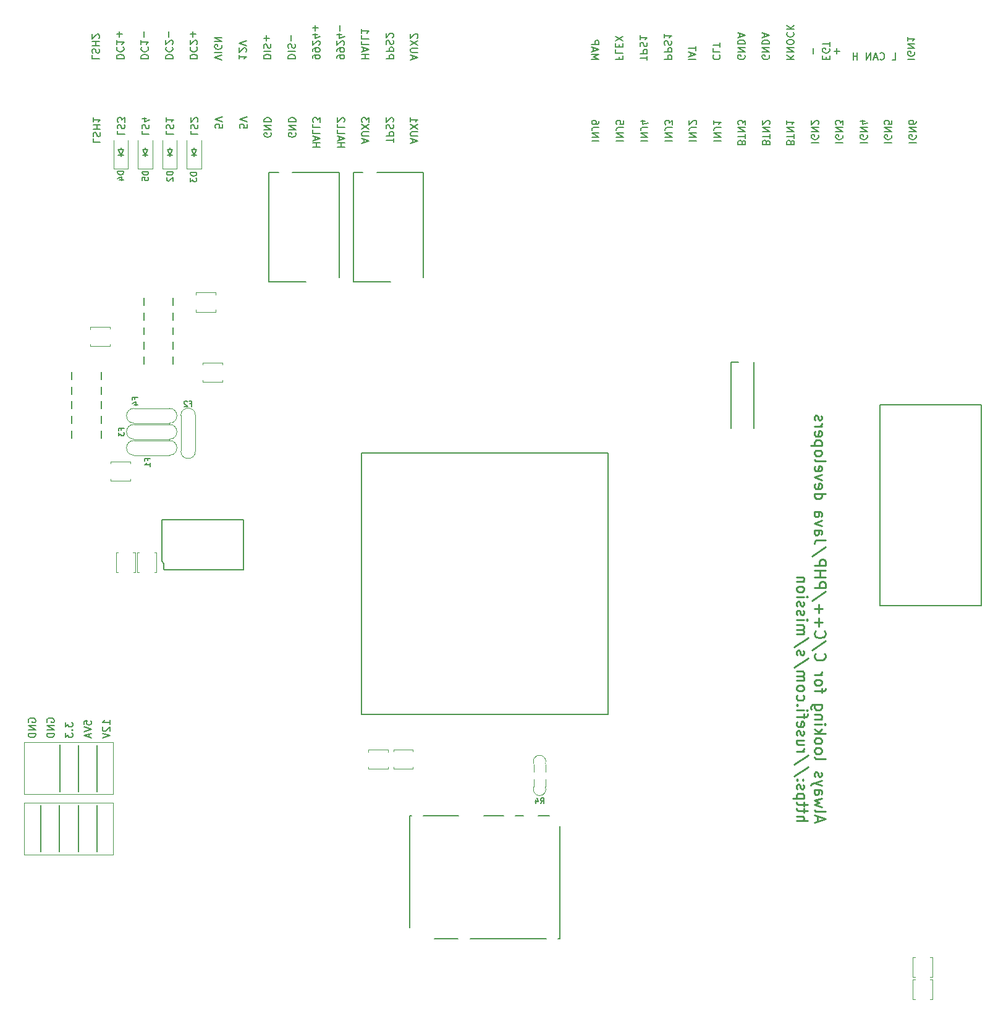
<source format=gbo>
G04 #@! TF.GenerationSoftware,KiCad,Pcbnew,8.0.2-8.0.2-0~ubuntu22.04.1*
G04 #@! TF.CreationDate,2024-05-08T22:41:19+00:00*
G04 #@! TF.ProjectId,uaefi,75616566-692e-46b6-9963-61645f706362,C*
G04 #@! TF.SameCoordinates,Original*
G04 #@! TF.FileFunction,Legend,Bot*
G04 #@! TF.FilePolarity,Positive*
%FSLAX46Y46*%
G04 Gerber Fmt 4.6, Leading zero omitted, Abs format (unit mm)*
G04 Created by KiCad (PCBNEW 8.0.2-8.0.2-0~ubuntu22.04.1) date 2024-05-08 22:41:19*
%MOMM*%
%LPD*%
G01*
G04 APERTURE LIST*
%ADD10C,0.150000*%
%ADD11C,0.250000*%
%ADD12C,0.127000*%
%ADD13C,0.170000*%
%ADD14C,0.120000*%
%ADD15C,0.200000*%
%ADD16C,0.099060*%
G04 APERTURE END LIST*
D10*
X7616668Y34375000D02*
X7616668Y27975000D01*
X12700000Y42600000D02*
X12700000Y36200000D01*
X10158334Y34375000D02*
X10158334Y27975000D01*
X12700000Y34375000D02*
X12700000Y27975000D01*
X10175000Y42600000D02*
X10175000Y36200000D01*
X7625000Y42625000D02*
X7625000Y36225000D01*
X5075000Y34375000D02*
X5075000Y27975000D01*
X8404819Y45705953D02*
X8404819Y45086906D01*
X8404819Y45086906D02*
X8785771Y45420239D01*
X8785771Y45420239D02*
X8785771Y45277382D01*
X8785771Y45277382D02*
X8833390Y45182144D01*
X8833390Y45182144D02*
X8881009Y45134525D01*
X8881009Y45134525D02*
X8976247Y45086906D01*
X8976247Y45086906D02*
X9214342Y45086906D01*
X9214342Y45086906D02*
X9309580Y45134525D01*
X9309580Y45134525D02*
X9357200Y45182144D01*
X9357200Y45182144D02*
X9404819Y45277382D01*
X9404819Y45277382D02*
X9404819Y45563096D01*
X9404819Y45563096D02*
X9357200Y45658334D01*
X9357200Y45658334D02*
X9309580Y45705953D01*
X9309580Y44658334D02*
X9357200Y44610715D01*
X9357200Y44610715D02*
X9404819Y44658334D01*
X9404819Y44658334D02*
X9357200Y44705953D01*
X9357200Y44705953D02*
X9309580Y44658334D01*
X9309580Y44658334D02*
X9404819Y44658334D01*
X8404819Y44277382D02*
X8404819Y43658335D01*
X8404819Y43658335D02*
X8785771Y43991668D01*
X8785771Y43991668D02*
X8785771Y43848811D01*
X8785771Y43848811D02*
X8833390Y43753573D01*
X8833390Y43753573D02*
X8881009Y43705954D01*
X8881009Y43705954D02*
X8976247Y43658335D01*
X8976247Y43658335D02*
X9214342Y43658335D01*
X9214342Y43658335D02*
X9309580Y43705954D01*
X9309580Y43705954D02*
X9357200Y43753573D01*
X9357200Y43753573D02*
X9404819Y43848811D01*
X9404819Y43848811D02*
X9404819Y44134525D01*
X9404819Y44134525D02*
X9357200Y44229763D01*
X9357200Y44229763D02*
X9309580Y44277382D01*
X93790180Y136588096D02*
X94790180Y136588096D01*
X94075895Y137016667D02*
X94075895Y137492857D01*
X93790180Y136921429D02*
X94790180Y137254762D01*
X94790180Y137254762D02*
X93790180Y137588095D01*
X94790180Y137778572D02*
X94790180Y138350000D01*
X93790180Y138064286D02*
X94790180Y138064286D01*
X80520180Y125394049D02*
X81520180Y125394049D01*
X80520180Y125870239D02*
X81520180Y125870239D01*
X81520180Y125870239D02*
X80520180Y126441667D01*
X80520180Y126441667D02*
X81520180Y126441667D01*
X81520180Y127203572D02*
X80805895Y127203572D01*
X80805895Y127203572D02*
X80663038Y127155953D01*
X80663038Y127155953D02*
X80567800Y127060715D01*
X80567800Y127060715D02*
X80520180Y126917858D01*
X80520180Y126917858D02*
X80520180Y126822620D01*
X81520180Y128108334D02*
X81520180Y127917858D01*
X81520180Y127917858D02*
X81472561Y127822620D01*
X81472561Y127822620D02*
X81424942Y127775001D01*
X81424942Y127775001D02*
X81282085Y127679763D01*
X81282085Y127679763D02*
X81091609Y127632144D01*
X81091609Y127632144D02*
X80710657Y127632144D01*
X80710657Y127632144D02*
X80615419Y127679763D01*
X80615419Y127679763D02*
X80567800Y127727382D01*
X80567800Y127727382D02*
X80520180Y127822620D01*
X80520180Y127822620D02*
X80520180Y128013096D01*
X80520180Y128013096D02*
X80567800Y128108334D01*
X80567800Y128108334D02*
X80615419Y128155953D01*
X80615419Y128155953D02*
X80710657Y128203572D01*
X80710657Y128203572D02*
X80948752Y128203572D01*
X80948752Y128203572D02*
X81043990Y128155953D01*
X81043990Y128155953D02*
X81091609Y128108334D01*
X81091609Y128108334D02*
X81139228Y128013096D01*
X81139228Y128013096D02*
X81139228Y127822620D01*
X81139228Y127822620D02*
X81091609Y127727382D01*
X81091609Y127727382D02*
X81043990Y127679763D01*
X81043990Y127679763D02*
X80948752Y127632144D01*
X25579792Y126754762D02*
X25579792Y126278572D01*
X25579792Y126278572D02*
X26579792Y126278572D01*
X25627412Y127040477D02*
X25579792Y127183334D01*
X25579792Y127183334D02*
X25579792Y127421429D01*
X25579792Y127421429D02*
X25627412Y127516667D01*
X25627412Y127516667D02*
X25675031Y127564286D01*
X25675031Y127564286D02*
X25770269Y127611905D01*
X25770269Y127611905D02*
X25865507Y127611905D01*
X25865507Y127611905D02*
X25960745Y127564286D01*
X25960745Y127564286D02*
X26008364Y127516667D01*
X26008364Y127516667D02*
X26055983Y127421429D01*
X26055983Y127421429D02*
X26103602Y127230953D01*
X26103602Y127230953D02*
X26151221Y127135715D01*
X26151221Y127135715D02*
X26198840Y127088096D01*
X26198840Y127088096D02*
X26294078Y127040477D01*
X26294078Y127040477D02*
X26389316Y127040477D01*
X26389316Y127040477D02*
X26484554Y127088096D01*
X26484554Y127088096D02*
X26532173Y127135715D01*
X26532173Y127135715D02*
X26579792Y127230953D01*
X26579792Y127230953D02*
X26579792Y127469048D01*
X26579792Y127469048D02*
X26532173Y127611905D01*
X26484554Y127992858D02*
X26532173Y128040477D01*
X26532173Y128040477D02*
X26579792Y128135715D01*
X26579792Y128135715D02*
X26579792Y128373810D01*
X26579792Y128373810D02*
X26532173Y128469048D01*
X26532173Y128469048D02*
X26484554Y128516667D01*
X26484554Y128516667D02*
X26389316Y128564286D01*
X26389316Y128564286D02*
X26294078Y128564286D01*
X26294078Y128564286D02*
X26151221Y128516667D01*
X26151221Y128516667D02*
X25579792Y127945239D01*
X25579792Y127945239D02*
X25579792Y128564286D01*
X87204794Y125394049D02*
X88204794Y125394049D01*
X87204794Y125870239D02*
X88204794Y125870239D01*
X88204794Y125870239D02*
X87204794Y126441667D01*
X87204794Y126441667D02*
X88204794Y126441667D01*
X88204794Y127203572D02*
X87490509Y127203572D01*
X87490509Y127203572D02*
X87347652Y127155953D01*
X87347652Y127155953D02*
X87252414Y127060715D01*
X87252414Y127060715D02*
X87204794Y126917858D01*
X87204794Y126917858D02*
X87204794Y126822620D01*
X87871461Y128108334D02*
X87204794Y128108334D01*
X88252414Y127870239D02*
X87538128Y127632144D01*
X87538128Y127632144D02*
X87538128Y128251191D01*
X12070180Y137133334D02*
X12070180Y136657144D01*
X12070180Y136657144D02*
X13070180Y136657144D01*
X12117800Y137419049D02*
X12070180Y137561906D01*
X12070180Y137561906D02*
X12070180Y137800001D01*
X12070180Y137800001D02*
X12117800Y137895239D01*
X12117800Y137895239D02*
X12165419Y137942858D01*
X12165419Y137942858D02*
X12260657Y137990477D01*
X12260657Y137990477D02*
X12355895Y137990477D01*
X12355895Y137990477D02*
X12451133Y137942858D01*
X12451133Y137942858D02*
X12498752Y137895239D01*
X12498752Y137895239D02*
X12546371Y137800001D01*
X12546371Y137800001D02*
X12593990Y137609525D01*
X12593990Y137609525D02*
X12641609Y137514287D01*
X12641609Y137514287D02*
X12689228Y137466668D01*
X12689228Y137466668D02*
X12784466Y137419049D01*
X12784466Y137419049D02*
X12879704Y137419049D01*
X12879704Y137419049D02*
X12974942Y137466668D01*
X12974942Y137466668D02*
X13022561Y137514287D01*
X13022561Y137514287D02*
X13070180Y137609525D01*
X13070180Y137609525D02*
X13070180Y137847620D01*
X13070180Y137847620D02*
X13022561Y137990477D01*
X12070180Y138419049D02*
X13070180Y138419049D01*
X12593990Y138419049D02*
X12593990Y138990477D01*
X12070180Y138990477D02*
X13070180Y138990477D01*
X12974942Y139419049D02*
X13022561Y139466668D01*
X13022561Y139466668D02*
X13070180Y139561906D01*
X13070180Y139561906D02*
X13070180Y139800001D01*
X13070180Y139800001D02*
X13022561Y139895239D01*
X13022561Y139895239D02*
X12974942Y139942858D01*
X12974942Y139942858D02*
X12879704Y139990477D01*
X12879704Y139990477D02*
X12784466Y139990477D01*
X12784466Y139990477D02*
X12641609Y139942858D01*
X12641609Y139942858D02*
X12070180Y139371430D01*
X12070180Y139371430D02*
X12070180Y139990477D01*
X36570632Y126469049D02*
X36618251Y126373811D01*
X36618251Y126373811D02*
X36618251Y126230954D01*
X36618251Y126230954D02*
X36570632Y126088097D01*
X36570632Y126088097D02*
X36475394Y125992859D01*
X36475394Y125992859D02*
X36380156Y125945240D01*
X36380156Y125945240D02*
X36189680Y125897621D01*
X36189680Y125897621D02*
X36046823Y125897621D01*
X36046823Y125897621D02*
X35856347Y125945240D01*
X35856347Y125945240D02*
X35761109Y125992859D01*
X35761109Y125992859D02*
X35665871Y126088097D01*
X35665871Y126088097D02*
X35618251Y126230954D01*
X35618251Y126230954D02*
X35618251Y126326192D01*
X35618251Y126326192D02*
X35665871Y126469049D01*
X35665871Y126469049D02*
X35713490Y126516668D01*
X35713490Y126516668D02*
X36046823Y126516668D01*
X36046823Y126516668D02*
X36046823Y126326192D01*
X35618251Y126945240D02*
X36618251Y126945240D01*
X36618251Y126945240D02*
X35618251Y127516668D01*
X35618251Y127516668D02*
X36618251Y127516668D01*
X35618251Y127992859D02*
X36618251Y127992859D01*
X36618251Y127992859D02*
X36618251Y128230954D01*
X36618251Y128230954D02*
X36570632Y128373811D01*
X36570632Y128373811D02*
X36475394Y128469049D01*
X36475394Y128469049D02*
X36380156Y128516668D01*
X36380156Y128516668D02*
X36189680Y128564287D01*
X36189680Y128564287D02*
X36046823Y128564287D01*
X36046823Y128564287D02*
X35856347Y128516668D01*
X35856347Y128516668D02*
X35761109Y128469049D01*
X35761109Y128469049D02*
X35665871Y128373811D01*
X35665871Y128373811D02*
X35618251Y128230954D01*
X35618251Y128230954D02*
X35618251Y127992859D01*
X3364938Y45753572D02*
X3317319Y45848810D01*
X3317319Y45848810D02*
X3317319Y45991667D01*
X3317319Y45991667D02*
X3364938Y46134524D01*
X3364938Y46134524D02*
X3460176Y46229762D01*
X3460176Y46229762D02*
X3555414Y46277381D01*
X3555414Y46277381D02*
X3745890Y46325000D01*
X3745890Y46325000D02*
X3888747Y46325000D01*
X3888747Y46325000D02*
X4079223Y46277381D01*
X4079223Y46277381D02*
X4174461Y46229762D01*
X4174461Y46229762D02*
X4269700Y46134524D01*
X4269700Y46134524D02*
X4317319Y45991667D01*
X4317319Y45991667D02*
X4317319Y45896429D01*
X4317319Y45896429D02*
X4269700Y45753572D01*
X4269700Y45753572D02*
X4222080Y45705953D01*
X4222080Y45705953D02*
X3888747Y45705953D01*
X3888747Y45705953D02*
X3888747Y45896429D01*
X4317319Y45277381D02*
X3317319Y45277381D01*
X3317319Y45277381D02*
X4317319Y44705953D01*
X4317319Y44705953D02*
X3317319Y44705953D01*
X4317319Y44229762D02*
X3317319Y44229762D01*
X3317319Y44229762D02*
X3317319Y43991667D01*
X3317319Y43991667D02*
X3364938Y43848810D01*
X3364938Y43848810D02*
X3460176Y43753572D01*
X3460176Y43753572D02*
X3555414Y43705953D01*
X3555414Y43705953D02*
X3745890Y43658334D01*
X3745890Y43658334D02*
X3888747Y43658334D01*
X3888747Y43658334D02*
X4079223Y43705953D01*
X4079223Y43705953D02*
X4174461Y43753572D01*
X4174461Y43753572D02*
X4269700Y43848810D01*
X4269700Y43848810D02*
X4317319Y43991667D01*
X4317319Y43991667D02*
X4317319Y44229762D01*
X42310557Y124516668D02*
X43310557Y124516668D01*
X42834367Y124516668D02*
X42834367Y125088096D01*
X42310557Y125088096D02*
X43310557Y125088096D01*
X42596272Y125516668D02*
X42596272Y125992858D01*
X42310557Y125421430D02*
X43310557Y125754763D01*
X43310557Y125754763D02*
X42310557Y126088096D01*
X42310557Y126897620D02*
X42310557Y126421430D01*
X42310557Y126421430D02*
X43310557Y126421430D01*
X42310557Y127707144D02*
X42310557Y127230954D01*
X42310557Y127230954D02*
X43310557Y127230954D01*
X43310557Y127945240D02*
X43310557Y128564287D01*
X43310557Y128564287D02*
X42929605Y128230954D01*
X42929605Y128230954D02*
X42929605Y128373811D01*
X42929605Y128373811D02*
X42881986Y128469049D01*
X42881986Y128469049D02*
X42834367Y128516668D01*
X42834367Y128516668D02*
X42739129Y128564287D01*
X42739129Y128564287D02*
X42501034Y128564287D01*
X42501034Y128564287D02*
X42405796Y128516668D01*
X42405796Y128516668D02*
X42358177Y128469049D01*
X42358177Y128469049D02*
X42310557Y128373811D01*
X42310557Y128373811D02*
X42310557Y128088097D01*
X42310557Y128088097D02*
X42358177Y127992859D01*
X42358177Y127992859D02*
X42405796Y127945240D01*
X25493256Y136657143D02*
X26493256Y136657143D01*
X26493256Y136657143D02*
X26493256Y136895238D01*
X26493256Y136895238D02*
X26445637Y137038095D01*
X26445637Y137038095D02*
X26350399Y137133333D01*
X26350399Y137133333D02*
X26255161Y137180952D01*
X26255161Y137180952D02*
X26064685Y137228571D01*
X26064685Y137228571D02*
X25921828Y137228571D01*
X25921828Y137228571D02*
X25731352Y137180952D01*
X25731352Y137180952D02*
X25636114Y137133333D01*
X25636114Y137133333D02*
X25540876Y137038095D01*
X25540876Y137038095D02*
X25493256Y136895238D01*
X25493256Y136895238D02*
X25493256Y136657143D01*
X25588495Y138228571D02*
X25540876Y138180952D01*
X25540876Y138180952D02*
X25493256Y138038095D01*
X25493256Y138038095D02*
X25493256Y137942857D01*
X25493256Y137942857D02*
X25540876Y137800000D01*
X25540876Y137800000D02*
X25636114Y137704762D01*
X25636114Y137704762D02*
X25731352Y137657143D01*
X25731352Y137657143D02*
X25921828Y137609524D01*
X25921828Y137609524D02*
X26064685Y137609524D01*
X26064685Y137609524D02*
X26255161Y137657143D01*
X26255161Y137657143D02*
X26350399Y137704762D01*
X26350399Y137704762D02*
X26445637Y137800000D01*
X26445637Y137800000D02*
X26493256Y137942857D01*
X26493256Y137942857D02*
X26493256Y138038095D01*
X26493256Y138038095D02*
X26445637Y138180952D01*
X26445637Y138180952D02*
X26398018Y138228571D01*
X26398018Y138609524D02*
X26445637Y138657143D01*
X26445637Y138657143D02*
X26493256Y138752381D01*
X26493256Y138752381D02*
X26493256Y138990476D01*
X26493256Y138990476D02*
X26445637Y139085714D01*
X26445637Y139085714D02*
X26398018Y139133333D01*
X26398018Y139133333D02*
X26302780Y139180952D01*
X26302780Y139180952D02*
X26207542Y139180952D01*
X26207542Y139180952D02*
X26064685Y139133333D01*
X26064685Y139133333D02*
X25493256Y138561905D01*
X25493256Y138561905D02*
X25493256Y139180952D01*
X25874209Y139609524D02*
X25874209Y140371428D01*
X25493256Y139990476D02*
X26255161Y139990476D01*
X35560563Y136657143D02*
X36560563Y136657143D01*
X36560563Y136657143D02*
X36560563Y136895238D01*
X36560563Y136895238D02*
X36512944Y137038095D01*
X36512944Y137038095D02*
X36417706Y137133333D01*
X36417706Y137133333D02*
X36322468Y137180952D01*
X36322468Y137180952D02*
X36131992Y137228571D01*
X36131992Y137228571D02*
X35989135Y137228571D01*
X35989135Y137228571D02*
X35798659Y137180952D01*
X35798659Y137180952D02*
X35703421Y137133333D01*
X35703421Y137133333D02*
X35608183Y137038095D01*
X35608183Y137038095D02*
X35560563Y136895238D01*
X35560563Y136895238D02*
X35560563Y136657143D01*
X35560563Y137657143D02*
X36560563Y137657143D01*
X35608183Y138085714D02*
X35560563Y138228571D01*
X35560563Y138228571D02*
X35560563Y138466666D01*
X35560563Y138466666D02*
X35608183Y138561904D01*
X35608183Y138561904D02*
X35655802Y138609523D01*
X35655802Y138609523D02*
X35751040Y138657142D01*
X35751040Y138657142D02*
X35846278Y138657142D01*
X35846278Y138657142D02*
X35941516Y138609523D01*
X35941516Y138609523D02*
X35989135Y138561904D01*
X35989135Y138561904D02*
X36036754Y138466666D01*
X36036754Y138466666D02*
X36084373Y138276190D01*
X36084373Y138276190D02*
X36131992Y138180952D01*
X36131992Y138180952D02*
X36179611Y138133333D01*
X36179611Y138133333D02*
X36274849Y138085714D01*
X36274849Y138085714D02*
X36370087Y138085714D01*
X36370087Y138085714D02*
X36465325Y138133333D01*
X36465325Y138133333D02*
X36512944Y138180952D01*
X36512944Y138180952D02*
X36560563Y138276190D01*
X36560563Y138276190D02*
X36560563Y138514285D01*
X36560563Y138514285D02*
X36512944Y138657142D01*
X35941516Y139085714D02*
X35941516Y139847618D01*
X35560563Y139466666D02*
X36322468Y139466666D01*
X97215419Y137159525D02*
X97167800Y137111906D01*
X97167800Y137111906D02*
X97120180Y136969049D01*
X97120180Y136969049D02*
X97120180Y136873811D01*
X97120180Y136873811D02*
X97167800Y136730954D01*
X97167800Y136730954D02*
X97263038Y136635716D01*
X97263038Y136635716D02*
X97358276Y136588097D01*
X97358276Y136588097D02*
X97548752Y136540478D01*
X97548752Y136540478D02*
X97691609Y136540478D01*
X97691609Y136540478D02*
X97882085Y136588097D01*
X97882085Y136588097D02*
X97977323Y136635716D01*
X97977323Y136635716D02*
X98072561Y136730954D01*
X98072561Y136730954D02*
X98120180Y136873811D01*
X98120180Y136873811D02*
X98120180Y136969049D01*
X98120180Y136969049D02*
X98072561Y137111906D01*
X98072561Y137111906D02*
X98024942Y137159525D01*
X97120180Y138064287D02*
X97120180Y137588097D01*
X97120180Y137588097D02*
X98120180Y137588097D01*
X98120180Y138254764D02*
X98120180Y138826192D01*
X97120180Y138540478D02*
X98120180Y138540478D01*
X107245180Y136588096D02*
X108245180Y136588096D01*
X107245180Y137159524D02*
X107816609Y136730953D01*
X108245180Y137159524D02*
X107673752Y136588096D01*
X107245180Y137588096D02*
X108245180Y137588096D01*
X108245180Y137588096D02*
X107245180Y138159524D01*
X107245180Y138159524D02*
X108245180Y138159524D01*
X108245180Y138826191D02*
X108245180Y139016667D01*
X108245180Y139016667D02*
X108197561Y139111905D01*
X108197561Y139111905D02*
X108102323Y139207143D01*
X108102323Y139207143D02*
X107911847Y139254762D01*
X107911847Y139254762D02*
X107578514Y139254762D01*
X107578514Y139254762D02*
X107388038Y139207143D01*
X107388038Y139207143D02*
X107292800Y139111905D01*
X107292800Y139111905D02*
X107245180Y139016667D01*
X107245180Y139016667D02*
X107245180Y138826191D01*
X107245180Y138826191D02*
X107292800Y138730953D01*
X107292800Y138730953D02*
X107388038Y138635715D01*
X107388038Y138635715D02*
X107578514Y138588096D01*
X107578514Y138588096D02*
X107911847Y138588096D01*
X107911847Y138588096D02*
X108102323Y138635715D01*
X108102323Y138635715D02*
X108197561Y138730953D01*
X108197561Y138730953D02*
X108245180Y138826191D01*
X107340419Y140254762D02*
X107292800Y140207143D01*
X107292800Y140207143D02*
X107245180Y140064286D01*
X107245180Y140064286D02*
X107245180Y139969048D01*
X107245180Y139969048D02*
X107292800Y139826191D01*
X107292800Y139826191D02*
X107388038Y139730953D01*
X107388038Y139730953D02*
X107483276Y139683334D01*
X107483276Y139683334D02*
X107673752Y139635715D01*
X107673752Y139635715D02*
X107816609Y139635715D01*
X107816609Y139635715D02*
X108007085Y139683334D01*
X108007085Y139683334D02*
X108102323Y139730953D01*
X108102323Y139730953D02*
X108197561Y139826191D01*
X108197561Y139826191D02*
X108245180Y139969048D01*
X108245180Y139969048D02*
X108245180Y140064286D01*
X108245180Y140064286D02*
X108197561Y140207143D01*
X108197561Y140207143D02*
X108149942Y140254762D01*
X107245180Y140683334D02*
X108245180Y140683334D01*
X107245180Y141254762D02*
X107816609Y140826191D01*
X108245180Y141254762D02*
X107673752Y140683334D01*
X39916785Y126469049D02*
X39964404Y126373811D01*
X39964404Y126373811D02*
X39964404Y126230954D01*
X39964404Y126230954D02*
X39916785Y126088097D01*
X39916785Y126088097D02*
X39821547Y125992859D01*
X39821547Y125992859D02*
X39726309Y125945240D01*
X39726309Y125945240D02*
X39535833Y125897621D01*
X39535833Y125897621D02*
X39392976Y125897621D01*
X39392976Y125897621D02*
X39202500Y125945240D01*
X39202500Y125945240D02*
X39107262Y125992859D01*
X39107262Y125992859D02*
X39012024Y126088097D01*
X39012024Y126088097D02*
X38964404Y126230954D01*
X38964404Y126230954D02*
X38964404Y126326192D01*
X38964404Y126326192D02*
X39012024Y126469049D01*
X39012024Y126469049D02*
X39059643Y126516668D01*
X39059643Y126516668D02*
X39392976Y126516668D01*
X39392976Y126516668D02*
X39392976Y126326192D01*
X38964404Y126945240D02*
X39964404Y126945240D01*
X39964404Y126945240D02*
X38964404Y127516668D01*
X38964404Y127516668D02*
X39964404Y127516668D01*
X38964404Y127992859D02*
X39964404Y127992859D01*
X39964404Y127992859D02*
X39964404Y128230954D01*
X39964404Y128230954D02*
X39916785Y128373811D01*
X39916785Y128373811D02*
X39821547Y128469049D01*
X39821547Y128469049D02*
X39726309Y128516668D01*
X39726309Y128516668D02*
X39535833Y128564287D01*
X39535833Y128564287D02*
X39392976Y128564287D01*
X39392976Y128564287D02*
X39202500Y128516668D01*
X39202500Y128516668D02*
X39107262Y128469049D01*
X39107262Y128469049D02*
X39012024Y128373811D01*
X39012024Y128373811D02*
X38964404Y128230954D01*
X38964404Y128230954D02*
X38964404Y127992859D01*
X10948569Y45420239D02*
X10948569Y45896429D01*
X10948569Y45896429D02*
X11424759Y45944048D01*
X11424759Y45944048D02*
X11377140Y45896429D01*
X11377140Y45896429D02*
X11329521Y45801191D01*
X11329521Y45801191D02*
X11329521Y45563096D01*
X11329521Y45563096D02*
X11377140Y45467858D01*
X11377140Y45467858D02*
X11424759Y45420239D01*
X11424759Y45420239D02*
X11519997Y45372620D01*
X11519997Y45372620D02*
X11758092Y45372620D01*
X11758092Y45372620D02*
X11853330Y45420239D01*
X11853330Y45420239D02*
X11900950Y45467858D01*
X11900950Y45467858D02*
X11948569Y45563096D01*
X11948569Y45563096D02*
X11948569Y45801191D01*
X11948569Y45801191D02*
X11900950Y45896429D01*
X11900950Y45896429D02*
X11853330Y45944048D01*
X10948569Y45086905D02*
X11948569Y44753572D01*
X11948569Y44753572D02*
X10948569Y44420239D01*
X11662854Y44134524D02*
X11662854Y43658334D01*
X11948569Y44229762D02*
X10948569Y43896429D01*
X10948569Y43896429D02*
X11948569Y43563096D01*
X45627870Y136704763D02*
X45627870Y136895239D01*
X45627870Y136895239D02*
X45675490Y136990477D01*
X45675490Y136990477D02*
X45723109Y137038096D01*
X45723109Y137038096D02*
X45865966Y137133334D01*
X45865966Y137133334D02*
X46056442Y137180953D01*
X46056442Y137180953D02*
X46437394Y137180953D01*
X46437394Y137180953D02*
X46532632Y137133334D01*
X46532632Y137133334D02*
X46580251Y137085715D01*
X46580251Y137085715D02*
X46627870Y136990477D01*
X46627870Y136990477D02*
X46627870Y136800001D01*
X46627870Y136800001D02*
X46580251Y136704763D01*
X46580251Y136704763D02*
X46532632Y136657144D01*
X46532632Y136657144D02*
X46437394Y136609525D01*
X46437394Y136609525D02*
X46199299Y136609525D01*
X46199299Y136609525D02*
X46104061Y136657144D01*
X46104061Y136657144D02*
X46056442Y136704763D01*
X46056442Y136704763D02*
X46008823Y136800001D01*
X46008823Y136800001D02*
X46008823Y136990477D01*
X46008823Y136990477D02*
X46056442Y137085715D01*
X46056442Y137085715D02*
X46104061Y137133334D01*
X46104061Y137133334D02*
X46199299Y137180953D01*
X45627870Y137657144D02*
X45627870Y137847620D01*
X45627870Y137847620D02*
X45675490Y137942858D01*
X45675490Y137942858D02*
X45723109Y137990477D01*
X45723109Y137990477D02*
X45865966Y138085715D01*
X45865966Y138085715D02*
X46056442Y138133334D01*
X46056442Y138133334D02*
X46437394Y138133334D01*
X46437394Y138133334D02*
X46532632Y138085715D01*
X46532632Y138085715D02*
X46580251Y138038096D01*
X46580251Y138038096D02*
X46627870Y137942858D01*
X46627870Y137942858D02*
X46627870Y137752382D01*
X46627870Y137752382D02*
X46580251Y137657144D01*
X46580251Y137657144D02*
X46532632Y137609525D01*
X46532632Y137609525D02*
X46437394Y137561906D01*
X46437394Y137561906D02*
X46199299Y137561906D01*
X46199299Y137561906D02*
X46104061Y137609525D01*
X46104061Y137609525D02*
X46056442Y137657144D01*
X46056442Y137657144D02*
X46008823Y137752382D01*
X46008823Y137752382D02*
X46008823Y137942858D01*
X46008823Y137942858D02*
X46056442Y138038096D01*
X46056442Y138038096D02*
X46104061Y138085715D01*
X46104061Y138085715D02*
X46199299Y138133334D01*
X46532632Y138514287D02*
X46580251Y138561906D01*
X46580251Y138561906D02*
X46627870Y138657144D01*
X46627870Y138657144D02*
X46627870Y138895239D01*
X46627870Y138895239D02*
X46580251Y138990477D01*
X46580251Y138990477D02*
X46532632Y139038096D01*
X46532632Y139038096D02*
X46437394Y139085715D01*
X46437394Y139085715D02*
X46342156Y139085715D01*
X46342156Y139085715D02*
X46199299Y139038096D01*
X46199299Y139038096D02*
X45627870Y138466668D01*
X45627870Y138466668D02*
X45627870Y139085715D01*
X46294537Y139942858D02*
X45627870Y139942858D01*
X46675490Y139704763D02*
X45961204Y139466668D01*
X45961204Y139466668D02*
X45961204Y140085715D01*
X46008823Y140466668D02*
X46008823Y141228572D01*
X101097832Y125203572D02*
X101050213Y125346429D01*
X101050213Y125346429D02*
X101002594Y125394048D01*
X101002594Y125394048D02*
X100907356Y125441667D01*
X100907356Y125441667D02*
X100764499Y125441667D01*
X100764499Y125441667D02*
X100669261Y125394048D01*
X100669261Y125394048D02*
X100621642Y125346429D01*
X100621642Y125346429D02*
X100574022Y125251191D01*
X100574022Y125251191D02*
X100574022Y124870239D01*
X100574022Y124870239D02*
X101574022Y124870239D01*
X101574022Y124870239D02*
X101574022Y125203572D01*
X101574022Y125203572D02*
X101526403Y125298810D01*
X101526403Y125298810D02*
X101478784Y125346429D01*
X101478784Y125346429D02*
X101383546Y125394048D01*
X101383546Y125394048D02*
X101288308Y125394048D01*
X101288308Y125394048D02*
X101193070Y125346429D01*
X101193070Y125346429D02*
X101145451Y125298810D01*
X101145451Y125298810D02*
X101097832Y125203572D01*
X101097832Y125203572D02*
X101097832Y124870239D01*
X101574022Y125727382D02*
X101574022Y126298810D01*
X100574022Y126013096D02*
X101574022Y126013096D01*
X100574022Y126632144D02*
X101574022Y126632144D01*
X101574022Y126632144D02*
X100574022Y127203572D01*
X100574022Y127203572D02*
X101574022Y127203572D01*
X101574022Y127584525D02*
X101574022Y128203572D01*
X101574022Y128203572D02*
X101193070Y127870239D01*
X101193070Y127870239D02*
X101193070Y128013096D01*
X101193070Y128013096D02*
X101145451Y128108334D01*
X101145451Y128108334D02*
X101097832Y128155953D01*
X101097832Y128155953D02*
X101002594Y128203572D01*
X101002594Y128203572D02*
X100764499Y128203572D01*
X100764499Y128203572D02*
X100669261Y128155953D01*
X100669261Y128155953D02*
X100621642Y128108334D01*
X100621642Y128108334D02*
X100574022Y128013096D01*
X100574022Y128013096D02*
X100574022Y127727382D01*
X100574022Y127727382D02*
X100621642Y127632144D01*
X100621642Y127632144D02*
X100669261Y127584525D01*
X55980895Y136609524D02*
X55980895Y137085714D01*
X55695180Y136514286D02*
X56695180Y136847619D01*
X56695180Y136847619D02*
X55695180Y137180952D01*
X56695180Y137514286D02*
X55885657Y137514286D01*
X55885657Y137514286D02*
X55790419Y137561905D01*
X55790419Y137561905D02*
X55742800Y137609524D01*
X55742800Y137609524D02*
X55695180Y137704762D01*
X55695180Y137704762D02*
X55695180Y137895238D01*
X55695180Y137895238D02*
X55742800Y137990476D01*
X55742800Y137990476D02*
X55790419Y138038095D01*
X55790419Y138038095D02*
X55885657Y138085714D01*
X55885657Y138085714D02*
X56695180Y138085714D01*
X56695180Y138466667D02*
X55695180Y139133333D01*
X56695180Y139133333D02*
X55695180Y138466667D01*
X56599942Y139466667D02*
X56647561Y139514286D01*
X56647561Y139514286D02*
X56695180Y139609524D01*
X56695180Y139609524D02*
X56695180Y139847619D01*
X56695180Y139847619D02*
X56647561Y139942857D01*
X56647561Y139942857D02*
X56599942Y139990476D01*
X56599942Y139990476D02*
X56504704Y140038095D01*
X56504704Y140038095D02*
X56409466Y140038095D01*
X56409466Y140038095D02*
X56266609Y139990476D01*
X56266609Y139990476D02*
X55695180Y139419048D01*
X55695180Y139419048D02*
X55695180Y140038095D01*
X88130180Y136445240D02*
X88130180Y137016668D01*
X87130180Y136730954D02*
X88130180Y136730954D01*
X87130180Y137350002D02*
X88130180Y137350002D01*
X88130180Y137350002D02*
X88130180Y137730954D01*
X88130180Y137730954D02*
X88082561Y137826192D01*
X88082561Y137826192D02*
X88034942Y137873811D01*
X88034942Y137873811D02*
X87939704Y137921430D01*
X87939704Y137921430D02*
X87796847Y137921430D01*
X87796847Y137921430D02*
X87701609Y137873811D01*
X87701609Y137873811D02*
X87653990Y137826192D01*
X87653990Y137826192D02*
X87606371Y137730954D01*
X87606371Y137730954D02*
X87606371Y137350002D01*
X87177800Y138302383D02*
X87130180Y138445240D01*
X87130180Y138445240D02*
X87130180Y138683335D01*
X87130180Y138683335D02*
X87177800Y138778573D01*
X87177800Y138778573D02*
X87225419Y138826192D01*
X87225419Y138826192D02*
X87320657Y138873811D01*
X87320657Y138873811D02*
X87415895Y138873811D01*
X87415895Y138873811D02*
X87511133Y138826192D01*
X87511133Y138826192D02*
X87558752Y138778573D01*
X87558752Y138778573D02*
X87606371Y138683335D01*
X87606371Y138683335D02*
X87653990Y138492859D01*
X87653990Y138492859D02*
X87701609Y138397621D01*
X87701609Y138397621D02*
X87749228Y138350002D01*
X87749228Y138350002D02*
X87844466Y138302383D01*
X87844466Y138302383D02*
X87939704Y138302383D01*
X87939704Y138302383D02*
X88034942Y138350002D01*
X88034942Y138350002D02*
X88082561Y138397621D01*
X88082561Y138397621D02*
X88130180Y138492859D01*
X88130180Y138492859D02*
X88130180Y138730954D01*
X88130180Y138730954D02*
X88082561Y138873811D01*
X87130180Y139826192D02*
X87130180Y139254764D01*
X87130180Y139540478D02*
X88130180Y139540478D01*
X88130180Y139540478D02*
X87987323Y139445240D01*
X87987323Y139445240D02*
X87892085Y139350002D01*
X87892085Y139350002D02*
X87844466Y139254764D01*
X48983639Y136657144D02*
X49983639Y136657144D01*
X49507449Y136657144D02*
X49507449Y137228572D01*
X48983639Y137228572D02*
X49983639Y137228572D01*
X49269354Y137657144D02*
X49269354Y138133334D01*
X48983639Y137561906D02*
X49983639Y137895239D01*
X49983639Y137895239D02*
X48983639Y138228572D01*
X48983639Y139038096D02*
X48983639Y138561906D01*
X48983639Y138561906D02*
X49983639Y138561906D01*
X48983639Y139847620D02*
X48983639Y139371430D01*
X48983639Y139371430D02*
X49983639Y139371430D01*
X48983639Y140704763D02*
X48983639Y140133335D01*
X48983639Y140419049D02*
X49983639Y140419049D01*
X49983639Y140419049D02*
X49840782Y140323811D01*
X49840782Y140323811D02*
X49745544Y140228573D01*
X49745544Y140228573D02*
X49697925Y140133335D01*
X101472561Y137111905D02*
X101520180Y137016667D01*
X101520180Y137016667D02*
X101520180Y136873810D01*
X101520180Y136873810D02*
X101472561Y136730953D01*
X101472561Y136730953D02*
X101377323Y136635715D01*
X101377323Y136635715D02*
X101282085Y136588096D01*
X101282085Y136588096D02*
X101091609Y136540477D01*
X101091609Y136540477D02*
X100948752Y136540477D01*
X100948752Y136540477D02*
X100758276Y136588096D01*
X100758276Y136588096D02*
X100663038Y136635715D01*
X100663038Y136635715D02*
X100567800Y136730953D01*
X100567800Y136730953D02*
X100520180Y136873810D01*
X100520180Y136873810D02*
X100520180Y136969048D01*
X100520180Y136969048D02*
X100567800Y137111905D01*
X100567800Y137111905D02*
X100615419Y137159524D01*
X100615419Y137159524D02*
X100948752Y137159524D01*
X100948752Y137159524D02*
X100948752Y136969048D01*
X100520180Y137588096D02*
X101520180Y137588096D01*
X101520180Y137588096D02*
X100520180Y138159524D01*
X100520180Y138159524D02*
X101520180Y138159524D01*
X100520180Y138635715D02*
X101520180Y138635715D01*
X101520180Y138635715D02*
X101520180Y138873810D01*
X101520180Y138873810D02*
X101472561Y139016667D01*
X101472561Y139016667D02*
X101377323Y139111905D01*
X101377323Y139111905D02*
X101282085Y139159524D01*
X101282085Y139159524D02*
X101091609Y139207143D01*
X101091609Y139207143D02*
X100948752Y139207143D01*
X100948752Y139207143D02*
X100758276Y139159524D01*
X100758276Y139159524D02*
X100663038Y139111905D01*
X100663038Y139111905D02*
X100567800Y139016667D01*
X100567800Y139016667D02*
X100520180Y138873810D01*
X100520180Y138873810D02*
X100520180Y138635715D01*
X100805895Y139588096D02*
X100805895Y140064286D01*
X100520180Y139492858D02*
X101520180Y139826191D01*
X101520180Y139826191D02*
X100520180Y140159524D01*
D11*
X111455100Y32150188D02*
X111455100Y32864473D01*
X111026529Y32007331D02*
X112526529Y32507331D01*
X112526529Y32507331D02*
X111026529Y33007331D01*
X111026529Y33721616D02*
X111097958Y33578759D01*
X111097958Y33578759D02*
X111240815Y33507330D01*
X111240815Y33507330D02*
X112526529Y33507330D01*
X112026529Y34150187D02*
X111026529Y34435901D01*
X111026529Y34435901D02*
X111740815Y34721616D01*
X111740815Y34721616D02*
X111026529Y35007330D01*
X111026529Y35007330D02*
X112026529Y35293044D01*
X111026529Y36507330D02*
X111812243Y36507330D01*
X111812243Y36507330D02*
X111955100Y36435902D01*
X111955100Y36435902D02*
X112026529Y36293045D01*
X112026529Y36293045D02*
X112026529Y36007330D01*
X112026529Y36007330D02*
X111955100Y35864473D01*
X111097958Y36507330D02*
X111026529Y36364473D01*
X111026529Y36364473D02*
X111026529Y36007330D01*
X111026529Y36007330D02*
X111097958Y35864473D01*
X111097958Y35864473D02*
X111240815Y35793045D01*
X111240815Y35793045D02*
X111383672Y35793045D01*
X111383672Y35793045D02*
X111526529Y35864473D01*
X111526529Y35864473D02*
X111597958Y36007330D01*
X111597958Y36007330D02*
X111597958Y36364473D01*
X111597958Y36364473D02*
X111669386Y36507330D01*
X112026529Y37078759D02*
X111026529Y37435902D01*
X112026529Y37793045D02*
X111026529Y37435902D01*
X111026529Y37435902D02*
X110669386Y37293045D01*
X110669386Y37293045D02*
X110597958Y37221616D01*
X110597958Y37221616D02*
X110526529Y37078759D01*
X111097958Y38293045D02*
X111026529Y38435902D01*
X111026529Y38435902D02*
X111026529Y38721616D01*
X111026529Y38721616D02*
X111097958Y38864473D01*
X111097958Y38864473D02*
X111240815Y38935902D01*
X111240815Y38935902D02*
X111312243Y38935902D01*
X111312243Y38935902D02*
X111455100Y38864473D01*
X111455100Y38864473D02*
X111526529Y38721616D01*
X111526529Y38721616D02*
X111526529Y38507330D01*
X111526529Y38507330D02*
X111597958Y38364473D01*
X111597958Y38364473D02*
X111740815Y38293045D01*
X111740815Y38293045D02*
X111812243Y38293045D01*
X111812243Y38293045D02*
X111955100Y38364473D01*
X111955100Y38364473D02*
X112026529Y38507330D01*
X112026529Y38507330D02*
X112026529Y38721616D01*
X112026529Y38721616D02*
X111955100Y38864473D01*
X111026529Y40935902D02*
X111097958Y40793045D01*
X111097958Y40793045D02*
X111240815Y40721616D01*
X111240815Y40721616D02*
X112526529Y40721616D01*
X111026529Y41721616D02*
X111097958Y41578759D01*
X111097958Y41578759D02*
X111169386Y41507330D01*
X111169386Y41507330D02*
X111312243Y41435902D01*
X111312243Y41435902D02*
X111740815Y41435902D01*
X111740815Y41435902D02*
X111883672Y41507330D01*
X111883672Y41507330D02*
X111955100Y41578759D01*
X111955100Y41578759D02*
X112026529Y41721616D01*
X112026529Y41721616D02*
X112026529Y41935902D01*
X112026529Y41935902D02*
X111955100Y42078759D01*
X111955100Y42078759D02*
X111883672Y42150187D01*
X111883672Y42150187D02*
X111740815Y42221616D01*
X111740815Y42221616D02*
X111312243Y42221616D01*
X111312243Y42221616D02*
X111169386Y42150187D01*
X111169386Y42150187D02*
X111097958Y42078759D01*
X111097958Y42078759D02*
X111026529Y41935902D01*
X111026529Y41935902D02*
X111026529Y41721616D01*
X111026529Y43078759D02*
X111097958Y42935902D01*
X111097958Y42935902D02*
X111169386Y42864473D01*
X111169386Y42864473D02*
X111312243Y42793045D01*
X111312243Y42793045D02*
X111740815Y42793045D01*
X111740815Y42793045D02*
X111883672Y42864473D01*
X111883672Y42864473D02*
X111955100Y42935902D01*
X111955100Y42935902D02*
X112026529Y43078759D01*
X112026529Y43078759D02*
X112026529Y43293045D01*
X112026529Y43293045D02*
X111955100Y43435902D01*
X111955100Y43435902D02*
X111883672Y43507330D01*
X111883672Y43507330D02*
X111740815Y43578759D01*
X111740815Y43578759D02*
X111312243Y43578759D01*
X111312243Y43578759D02*
X111169386Y43507330D01*
X111169386Y43507330D02*
X111097958Y43435902D01*
X111097958Y43435902D02*
X111026529Y43293045D01*
X111026529Y43293045D02*
X111026529Y43078759D01*
X111026529Y44221616D02*
X112526529Y44221616D01*
X111597958Y44364473D02*
X111026529Y44793045D01*
X112026529Y44793045D02*
X111455100Y44221616D01*
X111026529Y45435902D02*
X112026529Y45435902D01*
X112526529Y45435902D02*
X112455100Y45364474D01*
X112455100Y45364474D02*
X112383672Y45435902D01*
X112383672Y45435902D02*
X112455100Y45507331D01*
X112455100Y45507331D02*
X112526529Y45435902D01*
X112526529Y45435902D02*
X112383672Y45435902D01*
X112026529Y46150188D02*
X111026529Y46150188D01*
X111883672Y46150188D02*
X111955100Y46221617D01*
X111955100Y46221617D02*
X112026529Y46364474D01*
X112026529Y46364474D02*
X112026529Y46578760D01*
X112026529Y46578760D02*
X111955100Y46721617D01*
X111955100Y46721617D02*
X111812243Y46793045D01*
X111812243Y46793045D02*
X111026529Y46793045D01*
X112026529Y48150188D02*
X110812243Y48150188D01*
X110812243Y48150188D02*
X110669386Y48078760D01*
X110669386Y48078760D02*
X110597958Y48007331D01*
X110597958Y48007331D02*
X110526529Y47864474D01*
X110526529Y47864474D02*
X110526529Y47650188D01*
X110526529Y47650188D02*
X110597958Y47507331D01*
X111097958Y48150188D02*
X111026529Y48007331D01*
X111026529Y48007331D02*
X111026529Y47721617D01*
X111026529Y47721617D02*
X111097958Y47578760D01*
X111097958Y47578760D02*
X111169386Y47507331D01*
X111169386Y47507331D02*
X111312243Y47435903D01*
X111312243Y47435903D02*
X111740815Y47435903D01*
X111740815Y47435903D02*
X111883672Y47507331D01*
X111883672Y47507331D02*
X111955100Y47578760D01*
X111955100Y47578760D02*
X112026529Y47721617D01*
X112026529Y47721617D02*
X112026529Y48007331D01*
X112026529Y48007331D02*
X111955100Y48150188D01*
X112026529Y49793046D02*
X112026529Y50364474D01*
X111026529Y50007331D02*
X112312243Y50007331D01*
X112312243Y50007331D02*
X112455100Y50078760D01*
X112455100Y50078760D02*
X112526529Y50221617D01*
X112526529Y50221617D02*
X112526529Y50364474D01*
X111026529Y51078760D02*
X111097958Y50935903D01*
X111097958Y50935903D02*
X111169386Y50864474D01*
X111169386Y50864474D02*
X111312243Y50793046D01*
X111312243Y50793046D02*
X111740815Y50793046D01*
X111740815Y50793046D02*
X111883672Y50864474D01*
X111883672Y50864474D02*
X111955100Y50935903D01*
X111955100Y50935903D02*
X112026529Y51078760D01*
X112026529Y51078760D02*
X112026529Y51293046D01*
X112026529Y51293046D02*
X111955100Y51435903D01*
X111955100Y51435903D02*
X111883672Y51507331D01*
X111883672Y51507331D02*
X111740815Y51578760D01*
X111740815Y51578760D02*
X111312243Y51578760D01*
X111312243Y51578760D02*
X111169386Y51507331D01*
X111169386Y51507331D02*
X111097958Y51435903D01*
X111097958Y51435903D02*
X111026529Y51293046D01*
X111026529Y51293046D02*
X111026529Y51078760D01*
X111026529Y52221617D02*
X112026529Y52221617D01*
X111740815Y52221617D02*
X111883672Y52293046D01*
X111883672Y52293046D02*
X111955100Y52364474D01*
X111955100Y52364474D02*
X112026529Y52507332D01*
X112026529Y52507332D02*
X112026529Y52650189D01*
X111169386Y55150188D02*
X111097958Y55078760D01*
X111097958Y55078760D02*
X111026529Y54864474D01*
X111026529Y54864474D02*
X111026529Y54721617D01*
X111026529Y54721617D02*
X111097958Y54507331D01*
X111097958Y54507331D02*
X111240815Y54364474D01*
X111240815Y54364474D02*
X111383672Y54293045D01*
X111383672Y54293045D02*
X111669386Y54221617D01*
X111669386Y54221617D02*
X111883672Y54221617D01*
X111883672Y54221617D02*
X112169386Y54293045D01*
X112169386Y54293045D02*
X112312243Y54364474D01*
X112312243Y54364474D02*
X112455100Y54507331D01*
X112455100Y54507331D02*
X112526529Y54721617D01*
X112526529Y54721617D02*
X112526529Y54864474D01*
X112526529Y54864474D02*
X112455100Y55078760D01*
X112455100Y55078760D02*
X112383672Y55150188D01*
X112597958Y56864474D02*
X110669386Y55578760D01*
X111169386Y58221617D02*
X111097958Y58150189D01*
X111097958Y58150189D02*
X111026529Y57935903D01*
X111026529Y57935903D02*
X111026529Y57793046D01*
X111026529Y57793046D02*
X111097958Y57578760D01*
X111097958Y57578760D02*
X111240815Y57435903D01*
X111240815Y57435903D02*
X111383672Y57364474D01*
X111383672Y57364474D02*
X111669386Y57293046D01*
X111669386Y57293046D02*
X111883672Y57293046D01*
X111883672Y57293046D02*
X112169386Y57364474D01*
X112169386Y57364474D02*
X112312243Y57435903D01*
X112312243Y57435903D02*
X112455100Y57578760D01*
X112455100Y57578760D02*
X112526529Y57793046D01*
X112526529Y57793046D02*
X112526529Y57935903D01*
X112526529Y57935903D02*
X112455100Y58150189D01*
X112455100Y58150189D02*
X112383672Y58221617D01*
X111597958Y58864474D02*
X111597958Y60007331D01*
X111026529Y59435903D02*
X112169386Y59435903D01*
X111597958Y60721617D02*
X111597958Y61864474D01*
X111026529Y61293046D02*
X112169386Y61293046D01*
X112597958Y63650189D02*
X110669386Y62364475D01*
X111026529Y64150189D02*
X112526529Y64150189D01*
X112526529Y64150189D02*
X112526529Y64721618D01*
X112526529Y64721618D02*
X112455100Y64864475D01*
X112455100Y64864475D02*
X112383672Y64935904D01*
X112383672Y64935904D02*
X112240815Y65007332D01*
X112240815Y65007332D02*
X112026529Y65007332D01*
X112026529Y65007332D02*
X111883672Y64935904D01*
X111883672Y64935904D02*
X111812243Y64864475D01*
X111812243Y64864475D02*
X111740815Y64721618D01*
X111740815Y64721618D02*
X111740815Y64150189D01*
X111026529Y65650189D02*
X112526529Y65650189D01*
X111812243Y65650189D02*
X111812243Y66507332D01*
X111026529Y66507332D02*
X112526529Y66507332D01*
X111026529Y67221618D02*
X112526529Y67221618D01*
X112526529Y67221618D02*
X112526529Y67793047D01*
X112526529Y67793047D02*
X112455100Y67935904D01*
X112455100Y67935904D02*
X112383672Y68007333D01*
X112383672Y68007333D02*
X112240815Y68078761D01*
X112240815Y68078761D02*
X112026529Y68078761D01*
X112026529Y68078761D02*
X111883672Y68007333D01*
X111883672Y68007333D02*
X111812243Y67935904D01*
X111812243Y67935904D02*
X111740815Y67793047D01*
X111740815Y67793047D02*
X111740815Y67221618D01*
X112597958Y69793047D02*
X110669386Y68507333D01*
X112526529Y70721619D02*
X111455100Y70721619D01*
X111455100Y70721619D02*
X111240815Y70650190D01*
X111240815Y70650190D02*
X111097958Y70507333D01*
X111097958Y70507333D02*
X111026529Y70293047D01*
X111026529Y70293047D02*
X111026529Y70150190D01*
X111026529Y72078761D02*
X111812243Y72078761D01*
X111812243Y72078761D02*
X111955100Y72007333D01*
X111955100Y72007333D02*
X112026529Y71864476D01*
X112026529Y71864476D02*
X112026529Y71578761D01*
X112026529Y71578761D02*
X111955100Y71435904D01*
X111097958Y72078761D02*
X111026529Y71935904D01*
X111026529Y71935904D02*
X111026529Y71578761D01*
X111026529Y71578761D02*
X111097958Y71435904D01*
X111097958Y71435904D02*
X111240815Y71364476D01*
X111240815Y71364476D02*
X111383672Y71364476D01*
X111383672Y71364476D02*
X111526529Y71435904D01*
X111526529Y71435904D02*
X111597958Y71578761D01*
X111597958Y71578761D02*
X111597958Y71935904D01*
X111597958Y71935904D02*
X111669386Y72078761D01*
X112026529Y72650190D02*
X111026529Y73007333D01*
X111026529Y73007333D02*
X112026529Y73364476D01*
X111026529Y74578761D02*
X111812243Y74578761D01*
X111812243Y74578761D02*
X111955100Y74507333D01*
X111955100Y74507333D02*
X112026529Y74364476D01*
X112026529Y74364476D02*
X112026529Y74078761D01*
X112026529Y74078761D02*
X111955100Y73935904D01*
X111097958Y74578761D02*
X111026529Y74435904D01*
X111026529Y74435904D02*
X111026529Y74078761D01*
X111026529Y74078761D02*
X111097958Y73935904D01*
X111097958Y73935904D02*
X111240815Y73864476D01*
X111240815Y73864476D02*
X111383672Y73864476D01*
X111383672Y73864476D02*
X111526529Y73935904D01*
X111526529Y73935904D02*
X111597958Y74078761D01*
X111597958Y74078761D02*
X111597958Y74435904D01*
X111597958Y74435904D02*
X111669386Y74578761D01*
X111026529Y77078761D02*
X112526529Y77078761D01*
X111097958Y77078761D02*
X111026529Y76935904D01*
X111026529Y76935904D02*
X111026529Y76650190D01*
X111026529Y76650190D02*
X111097958Y76507333D01*
X111097958Y76507333D02*
X111169386Y76435904D01*
X111169386Y76435904D02*
X111312243Y76364476D01*
X111312243Y76364476D02*
X111740815Y76364476D01*
X111740815Y76364476D02*
X111883672Y76435904D01*
X111883672Y76435904D02*
X111955100Y76507333D01*
X111955100Y76507333D02*
X112026529Y76650190D01*
X112026529Y76650190D02*
X112026529Y76935904D01*
X112026529Y76935904D02*
X111955100Y77078761D01*
X111097958Y78364476D02*
X111026529Y78221619D01*
X111026529Y78221619D02*
X111026529Y77935904D01*
X111026529Y77935904D02*
X111097958Y77793047D01*
X111097958Y77793047D02*
X111240815Y77721619D01*
X111240815Y77721619D02*
X111812243Y77721619D01*
X111812243Y77721619D02*
X111955100Y77793047D01*
X111955100Y77793047D02*
X112026529Y77935904D01*
X112026529Y77935904D02*
X112026529Y78221619D01*
X112026529Y78221619D02*
X111955100Y78364476D01*
X111955100Y78364476D02*
X111812243Y78435904D01*
X111812243Y78435904D02*
X111669386Y78435904D01*
X111669386Y78435904D02*
X111526529Y77721619D01*
X112026529Y78935904D02*
X111026529Y79293047D01*
X111026529Y79293047D02*
X112026529Y79650190D01*
X111097958Y80793047D02*
X111026529Y80650190D01*
X111026529Y80650190D02*
X111026529Y80364475D01*
X111026529Y80364475D02*
X111097958Y80221618D01*
X111097958Y80221618D02*
X111240815Y80150190D01*
X111240815Y80150190D02*
X111812243Y80150190D01*
X111812243Y80150190D02*
X111955100Y80221618D01*
X111955100Y80221618D02*
X112026529Y80364475D01*
X112026529Y80364475D02*
X112026529Y80650190D01*
X112026529Y80650190D02*
X111955100Y80793047D01*
X111955100Y80793047D02*
X111812243Y80864475D01*
X111812243Y80864475D02*
X111669386Y80864475D01*
X111669386Y80864475D02*
X111526529Y80150190D01*
X111026529Y81721618D02*
X111097958Y81578761D01*
X111097958Y81578761D02*
X111240815Y81507332D01*
X111240815Y81507332D02*
X112526529Y81507332D01*
X111026529Y82507332D02*
X111097958Y82364475D01*
X111097958Y82364475D02*
X111169386Y82293046D01*
X111169386Y82293046D02*
X111312243Y82221618D01*
X111312243Y82221618D02*
X111740815Y82221618D01*
X111740815Y82221618D02*
X111883672Y82293046D01*
X111883672Y82293046D02*
X111955100Y82364475D01*
X111955100Y82364475D02*
X112026529Y82507332D01*
X112026529Y82507332D02*
X112026529Y82721618D01*
X112026529Y82721618D02*
X111955100Y82864475D01*
X111955100Y82864475D02*
X111883672Y82935903D01*
X111883672Y82935903D02*
X111740815Y83007332D01*
X111740815Y83007332D02*
X111312243Y83007332D01*
X111312243Y83007332D02*
X111169386Y82935903D01*
X111169386Y82935903D02*
X111097958Y82864475D01*
X111097958Y82864475D02*
X111026529Y82721618D01*
X111026529Y82721618D02*
X111026529Y82507332D01*
X112026529Y83650189D02*
X110526529Y83650189D01*
X111955100Y83650189D02*
X112026529Y83793046D01*
X112026529Y83793046D02*
X112026529Y84078761D01*
X112026529Y84078761D02*
X111955100Y84221618D01*
X111955100Y84221618D02*
X111883672Y84293046D01*
X111883672Y84293046D02*
X111740815Y84364475D01*
X111740815Y84364475D02*
X111312243Y84364475D01*
X111312243Y84364475D02*
X111169386Y84293046D01*
X111169386Y84293046D02*
X111097958Y84221618D01*
X111097958Y84221618D02*
X111026529Y84078761D01*
X111026529Y84078761D02*
X111026529Y83793046D01*
X111026529Y83793046D02*
X111097958Y83650189D01*
X111097958Y85578761D02*
X111026529Y85435904D01*
X111026529Y85435904D02*
X111026529Y85150189D01*
X111026529Y85150189D02*
X111097958Y85007332D01*
X111097958Y85007332D02*
X111240815Y84935904D01*
X111240815Y84935904D02*
X111812243Y84935904D01*
X111812243Y84935904D02*
X111955100Y85007332D01*
X111955100Y85007332D02*
X112026529Y85150189D01*
X112026529Y85150189D02*
X112026529Y85435904D01*
X112026529Y85435904D02*
X111955100Y85578761D01*
X111955100Y85578761D02*
X111812243Y85650189D01*
X111812243Y85650189D02*
X111669386Y85650189D01*
X111669386Y85650189D02*
X111526529Y84935904D01*
X111026529Y86293046D02*
X112026529Y86293046D01*
X111740815Y86293046D02*
X111883672Y86364475D01*
X111883672Y86364475D02*
X111955100Y86435903D01*
X111955100Y86435903D02*
X112026529Y86578761D01*
X112026529Y86578761D02*
X112026529Y86721618D01*
X111097958Y87150189D02*
X111026529Y87293046D01*
X111026529Y87293046D02*
X111026529Y87578760D01*
X111026529Y87578760D02*
X111097958Y87721617D01*
X111097958Y87721617D02*
X111240815Y87793046D01*
X111240815Y87793046D02*
X111312243Y87793046D01*
X111312243Y87793046D02*
X111455100Y87721617D01*
X111455100Y87721617D02*
X111526529Y87578760D01*
X111526529Y87578760D02*
X111526529Y87364474D01*
X111526529Y87364474D02*
X111597958Y87221617D01*
X111597958Y87221617D02*
X111740815Y87150189D01*
X111740815Y87150189D02*
X111812243Y87150189D01*
X111812243Y87150189D02*
X111955100Y87221617D01*
X111955100Y87221617D02*
X112026529Y87364474D01*
X112026529Y87364474D02*
X112026529Y87578760D01*
X112026529Y87578760D02*
X111955100Y87721617D01*
X108611613Y32221616D02*
X110111613Y32221616D01*
X108611613Y32864473D02*
X109397327Y32864473D01*
X109397327Y32864473D02*
X109540184Y32793045D01*
X109540184Y32793045D02*
X109611613Y32650188D01*
X109611613Y32650188D02*
X109611613Y32435902D01*
X109611613Y32435902D02*
X109540184Y32293045D01*
X109540184Y32293045D02*
X109468756Y32221616D01*
X109611613Y33364474D02*
X109611613Y33935902D01*
X110111613Y33578759D02*
X108825899Y33578759D01*
X108825899Y33578759D02*
X108683042Y33650188D01*
X108683042Y33650188D02*
X108611613Y33793045D01*
X108611613Y33793045D02*
X108611613Y33935902D01*
X109611613Y34221617D02*
X109611613Y34793045D01*
X110111613Y34435902D02*
X108825899Y34435902D01*
X108825899Y34435902D02*
X108683042Y34507331D01*
X108683042Y34507331D02*
X108611613Y34650188D01*
X108611613Y34650188D02*
X108611613Y34793045D01*
X109611613Y35293045D02*
X108111613Y35293045D01*
X109540184Y35293045D02*
X109611613Y35435902D01*
X109611613Y35435902D02*
X109611613Y35721617D01*
X109611613Y35721617D02*
X109540184Y35864474D01*
X109540184Y35864474D02*
X109468756Y35935902D01*
X109468756Y35935902D02*
X109325899Y36007331D01*
X109325899Y36007331D02*
X108897327Y36007331D01*
X108897327Y36007331D02*
X108754470Y35935902D01*
X108754470Y35935902D02*
X108683042Y35864474D01*
X108683042Y35864474D02*
X108611613Y35721617D01*
X108611613Y35721617D02*
X108611613Y35435902D01*
X108611613Y35435902D02*
X108683042Y35293045D01*
X108683042Y36578760D02*
X108611613Y36721617D01*
X108611613Y36721617D02*
X108611613Y37007331D01*
X108611613Y37007331D02*
X108683042Y37150188D01*
X108683042Y37150188D02*
X108825899Y37221617D01*
X108825899Y37221617D02*
X108897327Y37221617D01*
X108897327Y37221617D02*
X109040184Y37150188D01*
X109040184Y37150188D02*
X109111613Y37007331D01*
X109111613Y37007331D02*
X109111613Y36793045D01*
X109111613Y36793045D02*
X109183042Y36650188D01*
X109183042Y36650188D02*
X109325899Y36578760D01*
X109325899Y36578760D02*
X109397327Y36578760D01*
X109397327Y36578760D02*
X109540184Y36650188D01*
X109540184Y36650188D02*
X109611613Y36793045D01*
X109611613Y36793045D02*
X109611613Y37007331D01*
X109611613Y37007331D02*
X109540184Y37150188D01*
X108754470Y37864474D02*
X108683042Y37935903D01*
X108683042Y37935903D02*
X108611613Y37864474D01*
X108611613Y37864474D02*
X108683042Y37793046D01*
X108683042Y37793046D02*
X108754470Y37864474D01*
X108754470Y37864474D02*
X108611613Y37864474D01*
X109540184Y37864474D02*
X109468756Y37935903D01*
X109468756Y37935903D02*
X109397327Y37864474D01*
X109397327Y37864474D02*
X109468756Y37793046D01*
X109468756Y37793046D02*
X109540184Y37864474D01*
X109540184Y37864474D02*
X109397327Y37864474D01*
X110183042Y39650189D02*
X108254470Y38364475D01*
X110183042Y41221618D02*
X108254470Y39935904D01*
X108611613Y41721618D02*
X109611613Y41721618D01*
X109325899Y41721618D02*
X109468756Y41793047D01*
X109468756Y41793047D02*
X109540184Y41864475D01*
X109540184Y41864475D02*
X109611613Y42007333D01*
X109611613Y42007333D02*
X109611613Y42150190D01*
X109611613Y43293046D02*
X108611613Y43293046D01*
X109611613Y42650189D02*
X108825899Y42650189D01*
X108825899Y42650189D02*
X108683042Y42721618D01*
X108683042Y42721618D02*
X108611613Y42864475D01*
X108611613Y42864475D02*
X108611613Y43078761D01*
X108611613Y43078761D02*
X108683042Y43221618D01*
X108683042Y43221618D02*
X108754470Y43293046D01*
X108683042Y43935904D02*
X108611613Y44078761D01*
X108611613Y44078761D02*
X108611613Y44364475D01*
X108611613Y44364475D02*
X108683042Y44507332D01*
X108683042Y44507332D02*
X108825899Y44578761D01*
X108825899Y44578761D02*
X108897327Y44578761D01*
X108897327Y44578761D02*
X109040184Y44507332D01*
X109040184Y44507332D02*
X109111613Y44364475D01*
X109111613Y44364475D02*
X109111613Y44150189D01*
X109111613Y44150189D02*
X109183042Y44007332D01*
X109183042Y44007332D02*
X109325899Y43935904D01*
X109325899Y43935904D02*
X109397327Y43935904D01*
X109397327Y43935904D02*
X109540184Y44007332D01*
X109540184Y44007332D02*
X109611613Y44150189D01*
X109611613Y44150189D02*
X109611613Y44364475D01*
X109611613Y44364475D02*
X109540184Y44507332D01*
X108683042Y45793047D02*
X108611613Y45650190D01*
X108611613Y45650190D02*
X108611613Y45364475D01*
X108611613Y45364475D02*
X108683042Y45221618D01*
X108683042Y45221618D02*
X108825899Y45150190D01*
X108825899Y45150190D02*
X109397327Y45150190D01*
X109397327Y45150190D02*
X109540184Y45221618D01*
X109540184Y45221618D02*
X109611613Y45364475D01*
X109611613Y45364475D02*
X109611613Y45650190D01*
X109611613Y45650190D02*
X109540184Y45793047D01*
X109540184Y45793047D02*
X109397327Y45864475D01*
X109397327Y45864475D02*
X109254470Y45864475D01*
X109254470Y45864475D02*
X109111613Y45150190D01*
X109611613Y46293047D02*
X109611613Y46864475D01*
X108611613Y46507332D02*
X109897327Y46507332D01*
X109897327Y46507332D02*
X110040184Y46578761D01*
X110040184Y46578761D02*
X110111613Y46721618D01*
X110111613Y46721618D02*
X110111613Y46864475D01*
X108611613Y47364475D02*
X109611613Y47364475D01*
X110111613Y47364475D02*
X110040184Y47293047D01*
X110040184Y47293047D02*
X109968756Y47364475D01*
X109968756Y47364475D02*
X110040184Y47435904D01*
X110040184Y47435904D02*
X110111613Y47364475D01*
X110111613Y47364475D02*
X109968756Y47364475D01*
X108754470Y48078761D02*
X108683042Y48150190D01*
X108683042Y48150190D02*
X108611613Y48078761D01*
X108611613Y48078761D02*
X108683042Y48007333D01*
X108683042Y48007333D02*
X108754470Y48078761D01*
X108754470Y48078761D02*
X108611613Y48078761D01*
X108683042Y49435904D02*
X108611613Y49293047D01*
X108611613Y49293047D02*
X108611613Y49007333D01*
X108611613Y49007333D02*
X108683042Y48864476D01*
X108683042Y48864476D02*
X108754470Y48793047D01*
X108754470Y48793047D02*
X108897327Y48721619D01*
X108897327Y48721619D02*
X109325899Y48721619D01*
X109325899Y48721619D02*
X109468756Y48793047D01*
X109468756Y48793047D02*
X109540184Y48864476D01*
X109540184Y48864476D02*
X109611613Y49007333D01*
X109611613Y49007333D02*
X109611613Y49293047D01*
X109611613Y49293047D02*
X109540184Y49435904D01*
X108611613Y50293047D02*
X108683042Y50150190D01*
X108683042Y50150190D02*
X108754470Y50078761D01*
X108754470Y50078761D02*
X108897327Y50007333D01*
X108897327Y50007333D02*
X109325899Y50007333D01*
X109325899Y50007333D02*
X109468756Y50078761D01*
X109468756Y50078761D02*
X109540184Y50150190D01*
X109540184Y50150190D02*
X109611613Y50293047D01*
X109611613Y50293047D02*
X109611613Y50507333D01*
X109611613Y50507333D02*
X109540184Y50650190D01*
X109540184Y50650190D02*
X109468756Y50721618D01*
X109468756Y50721618D02*
X109325899Y50793047D01*
X109325899Y50793047D02*
X108897327Y50793047D01*
X108897327Y50793047D02*
X108754470Y50721618D01*
X108754470Y50721618D02*
X108683042Y50650190D01*
X108683042Y50650190D02*
X108611613Y50507333D01*
X108611613Y50507333D02*
X108611613Y50293047D01*
X108611613Y51435904D02*
X109611613Y51435904D01*
X109468756Y51435904D02*
X109540184Y51507333D01*
X109540184Y51507333D02*
X109611613Y51650190D01*
X109611613Y51650190D02*
X109611613Y51864476D01*
X109611613Y51864476D02*
X109540184Y52007333D01*
X109540184Y52007333D02*
X109397327Y52078761D01*
X109397327Y52078761D02*
X108611613Y52078761D01*
X109397327Y52078761D02*
X109540184Y52150190D01*
X109540184Y52150190D02*
X109611613Y52293047D01*
X109611613Y52293047D02*
X109611613Y52507333D01*
X109611613Y52507333D02*
X109540184Y52650190D01*
X109540184Y52650190D02*
X109397327Y52721619D01*
X109397327Y52721619D02*
X108611613Y52721619D01*
X110183042Y54507333D02*
X108254470Y53221619D01*
X108683042Y54935905D02*
X108611613Y55078762D01*
X108611613Y55078762D02*
X108611613Y55364476D01*
X108611613Y55364476D02*
X108683042Y55507333D01*
X108683042Y55507333D02*
X108825899Y55578762D01*
X108825899Y55578762D02*
X108897327Y55578762D01*
X108897327Y55578762D02*
X109040184Y55507333D01*
X109040184Y55507333D02*
X109111613Y55364476D01*
X109111613Y55364476D02*
X109111613Y55150190D01*
X109111613Y55150190D02*
X109183042Y55007333D01*
X109183042Y55007333D02*
X109325899Y54935905D01*
X109325899Y54935905D02*
X109397327Y54935905D01*
X109397327Y54935905D02*
X109540184Y55007333D01*
X109540184Y55007333D02*
X109611613Y55150190D01*
X109611613Y55150190D02*
X109611613Y55364476D01*
X109611613Y55364476D02*
X109540184Y55507333D01*
X110183042Y57293048D02*
X108254470Y56007334D01*
X108611613Y57793048D02*
X109611613Y57793048D01*
X109468756Y57793048D02*
X109540184Y57864477D01*
X109540184Y57864477D02*
X109611613Y58007334D01*
X109611613Y58007334D02*
X109611613Y58221620D01*
X109611613Y58221620D02*
X109540184Y58364477D01*
X109540184Y58364477D02*
X109397327Y58435905D01*
X109397327Y58435905D02*
X108611613Y58435905D01*
X109397327Y58435905D02*
X109540184Y58507334D01*
X109540184Y58507334D02*
X109611613Y58650191D01*
X109611613Y58650191D02*
X109611613Y58864477D01*
X109611613Y58864477D02*
X109540184Y59007334D01*
X109540184Y59007334D02*
X109397327Y59078763D01*
X109397327Y59078763D02*
X108611613Y59078763D01*
X108611613Y59793048D02*
X109611613Y59793048D01*
X110111613Y59793048D02*
X110040184Y59721620D01*
X110040184Y59721620D02*
X109968756Y59793048D01*
X109968756Y59793048D02*
X110040184Y59864477D01*
X110040184Y59864477D02*
X110111613Y59793048D01*
X110111613Y59793048D02*
X109968756Y59793048D01*
X108683042Y60435906D02*
X108611613Y60578763D01*
X108611613Y60578763D02*
X108611613Y60864477D01*
X108611613Y60864477D02*
X108683042Y61007334D01*
X108683042Y61007334D02*
X108825899Y61078763D01*
X108825899Y61078763D02*
X108897327Y61078763D01*
X108897327Y61078763D02*
X109040184Y61007334D01*
X109040184Y61007334D02*
X109111613Y60864477D01*
X109111613Y60864477D02*
X109111613Y60650191D01*
X109111613Y60650191D02*
X109183042Y60507334D01*
X109183042Y60507334D02*
X109325899Y60435906D01*
X109325899Y60435906D02*
X109397327Y60435906D01*
X109397327Y60435906D02*
X109540184Y60507334D01*
X109540184Y60507334D02*
X109611613Y60650191D01*
X109611613Y60650191D02*
X109611613Y60864477D01*
X109611613Y60864477D02*
X109540184Y61007334D01*
X108683042Y61650192D02*
X108611613Y61793049D01*
X108611613Y61793049D02*
X108611613Y62078763D01*
X108611613Y62078763D02*
X108683042Y62221620D01*
X108683042Y62221620D02*
X108825899Y62293049D01*
X108825899Y62293049D02*
X108897327Y62293049D01*
X108897327Y62293049D02*
X109040184Y62221620D01*
X109040184Y62221620D02*
X109111613Y62078763D01*
X109111613Y62078763D02*
X109111613Y61864477D01*
X109111613Y61864477D02*
X109183042Y61721620D01*
X109183042Y61721620D02*
X109325899Y61650192D01*
X109325899Y61650192D02*
X109397327Y61650192D01*
X109397327Y61650192D02*
X109540184Y61721620D01*
X109540184Y61721620D02*
X109611613Y61864477D01*
X109611613Y61864477D02*
X109611613Y62078763D01*
X109611613Y62078763D02*
X109540184Y62221620D01*
X108611613Y62935906D02*
X109611613Y62935906D01*
X110111613Y62935906D02*
X110040184Y62864478D01*
X110040184Y62864478D02*
X109968756Y62935906D01*
X109968756Y62935906D02*
X110040184Y63007335D01*
X110040184Y63007335D02*
X110111613Y62935906D01*
X110111613Y62935906D02*
X109968756Y62935906D01*
X108611613Y63864478D02*
X108683042Y63721621D01*
X108683042Y63721621D02*
X108754470Y63650192D01*
X108754470Y63650192D02*
X108897327Y63578764D01*
X108897327Y63578764D02*
X109325899Y63578764D01*
X109325899Y63578764D02*
X109468756Y63650192D01*
X109468756Y63650192D02*
X109540184Y63721621D01*
X109540184Y63721621D02*
X109611613Y63864478D01*
X109611613Y63864478D02*
X109611613Y64078764D01*
X109611613Y64078764D02*
X109540184Y64221621D01*
X109540184Y64221621D02*
X109468756Y64293049D01*
X109468756Y64293049D02*
X109325899Y64364478D01*
X109325899Y64364478D02*
X108897327Y64364478D01*
X108897327Y64364478D02*
X108754470Y64293049D01*
X108754470Y64293049D02*
X108683042Y64221621D01*
X108683042Y64221621D02*
X108611613Y64078764D01*
X108611613Y64078764D02*
X108611613Y63864478D01*
X109611613Y65007335D02*
X108611613Y65007335D01*
X109468756Y65007335D02*
X109540184Y65078764D01*
X109540184Y65078764D02*
X109611613Y65221621D01*
X109611613Y65221621D02*
X109611613Y65435907D01*
X109611613Y65435907D02*
X109540184Y65578764D01*
X109540184Y65578764D02*
X109397327Y65650192D01*
X109397327Y65650192D02*
X108611613Y65650192D01*
D10*
X121678571Y136495181D02*
X122154761Y136495181D01*
X122154761Y136495181D02*
X122154761Y137495181D01*
X120011904Y136590420D02*
X120059523Y136542800D01*
X120059523Y136542800D02*
X120202380Y136495181D01*
X120202380Y136495181D02*
X120297618Y136495181D01*
X120297618Y136495181D02*
X120440475Y136542800D01*
X120440475Y136542800D02*
X120535713Y136638039D01*
X120535713Y136638039D02*
X120583332Y136733277D01*
X120583332Y136733277D02*
X120630951Y136923753D01*
X120630951Y136923753D02*
X120630951Y137066610D01*
X120630951Y137066610D02*
X120583332Y137257086D01*
X120583332Y137257086D02*
X120535713Y137352324D01*
X120535713Y137352324D02*
X120440475Y137447562D01*
X120440475Y137447562D02*
X120297618Y137495181D01*
X120297618Y137495181D02*
X120202380Y137495181D01*
X120202380Y137495181D02*
X120059523Y137447562D01*
X120059523Y137447562D02*
X120011904Y137399943D01*
X119630951Y136780896D02*
X119154761Y136780896D01*
X119726189Y136495181D02*
X119392856Y137495181D01*
X119392856Y137495181D02*
X119059523Y136495181D01*
X118726189Y136495181D02*
X118726189Y137495181D01*
X118726189Y137495181D02*
X118154761Y136495181D01*
X118154761Y136495181D02*
X118154761Y137495181D01*
X116916665Y136495181D02*
X116916665Y137495181D01*
X116916665Y137018991D02*
X116345237Y137018991D01*
X116345237Y136495181D02*
X116345237Y137495181D01*
X32204794Y137180953D02*
X32204794Y136609525D01*
X32204794Y136895239D02*
X33204794Y136895239D01*
X33204794Y136895239D02*
X33061937Y136800001D01*
X33061937Y136800001D02*
X32966699Y136704763D01*
X32966699Y136704763D02*
X32919080Y136609525D01*
X33109556Y137561906D02*
X33157175Y137609525D01*
X33157175Y137609525D02*
X33204794Y137704763D01*
X33204794Y137704763D02*
X33204794Y137942858D01*
X33204794Y137942858D02*
X33157175Y138038096D01*
X33157175Y138038096D02*
X33109556Y138085715D01*
X33109556Y138085715D02*
X33014318Y138133334D01*
X33014318Y138133334D02*
X32919080Y138133334D01*
X32919080Y138133334D02*
X32776223Y138085715D01*
X32776223Y138085715D02*
X32204794Y137514287D01*
X32204794Y137514287D02*
X32204794Y138133334D01*
X33204794Y138419049D02*
X32204794Y138752382D01*
X32204794Y138752382D02*
X33204794Y139085715D01*
X90547101Y125394049D02*
X91547101Y125394049D01*
X90547101Y125870239D02*
X91547101Y125870239D01*
X91547101Y125870239D02*
X90547101Y126441667D01*
X90547101Y126441667D02*
X91547101Y126441667D01*
X91547101Y127203572D02*
X90832816Y127203572D01*
X90832816Y127203572D02*
X90689959Y127155953D01*
X90689959Y127155953D02*
X90594721Y127060715D01*
X90594721Y127060715D02*
X90547101Y126917858D01*
X90547101Y126917858D02*
X90547101Y126822620D01*
X91547101Y127584525D02*
X91547101Y128203572D01*
X91547101Y128203572D02*
X91166149Y127870239D01*
X91166149Y127870239D02*
X91166149Y128013096D01*
X91166149Y128013096D02*
X91118530Y128108334D01*
X91118530Y128108334D02*
X91070911Y128155953D01*
X91070911Y128155953D02*
X90975673Y128203572D01*
X90975673Y128203572D02*
X90737578Y128203572D01*
X90737578Y128203572D02*
X90642340Y128155953D01*
X90642340Y128155953D02*
X90594721Y128108334D01*
X90594721Y128108334D02*
X90547101Y128013096D01*
X90547101Y128013096D02*
X90547101Y127727382D01*
X90547101Y127727382D02*
X90594721Y127632144D01*
X90594721Y127632144D02*
X90642340Y127584525D01*
X14492319Y45467858D02*
X14492319Y46039286D01*
X14492319Y45753572D02*
X13492319Y45753572D01*
X13492319Y45753572D02*
X13635176Y45848810D01*
X13635176Y45848810D02*
X13730414Y45944048D01*
X13730414Y45944048D02*
X13778033Y46039286D01*
X13587557Y45086905D02*
X13539938Y45039286D01*
X13539938Y45039286D02*
X13492319Y44944048D01*
X13492319Y44944048D02*
X13492319Y44705953D01*
X13492319Y44705953D02*
X13539938Y44610715D01*
X13539938Y44610715D02*
X13587557Y44563096D01*
X13587557Y44563096D02*
X13682795Y44515477D01*
X13682795Y44515477D02*
X13778033Y44515477D01*
X13778033Y44515477D02*
X13920890Y44563096D01*
X13920890Y44563096D02*
X14492319Y45134524D01*
X14492319Y45134524D02*
X14492319Y44515477D01*
X13492319Y44229762D02*
X14492319Y43896429D01*
X14492319Y43896429D02*
X13492319Y43563096D01*
X55980895Y125135715D02*
X55980895Y125611905D01*
X55695180Y125040477D02*
X56695180Y125373810D01*
X56695180Y125373810D02*
X55695180Y125707143D01*
X56695180Y126040477D02*
X55885657Y126040477D01*
X55885657Y126040477D02*
X55790419Y126088096D01*
X55790419Y126088096D02*
X55742800Y126135715D01*
X55742800Y126135715D02*
X55695180Y126230953D01*
X55695180Y126230953D02*
X55695180Y126421429D01*
X55695180Y126421429D02*
X55742800Y126516667D01*
X55742800Y126516667D02*
X55790419Y126564286D01*
X55790419Y126564286D02*
X55885657Y126611905D01*
X55885657Y126611905D02*
X56695180Y126611905D01*
X56695180Y126992858D02*
X55695180Y127659524D01*
X56695180Y127659524D02*
X55695180Y126992858D01*
X55695180Y128564286D02*
X55695180Y127992858D01*
X55695180Y128278572D02*
X56695180Y128278572D01*
X56695180Y128278572D02*
X56552323Y128183334D01*
X56552323Y128183334D02*
X56457085Y128088096D01*
X56457085Y128088096D02*
X56409466Y127992858D01*
X29849025Y136514286D02*
X28849025Y136847619D01*
X28849025Y136847619D02*
X29849025Y137180952D01*
X28849025Y137514286D02*
X29849025Y137514286D01*
X29801406Y138514285D02*
X29849025Y138419047D01*
X29849025Y138419047D02*
X29849025Y138276190D01*
X29849025Y138276190D02*
X29801406Y138133333D01*
X29801406Y138133333D02*
X29706168Y138038095D01*
X29706168Y138038095D02*
X29610930Y137990476D01*
X29610930Y137990476D02*
X29420454Y137942857D01*
X29420454Y137942857D02*
X29277597Y137942857D01*
X29277597Y137942857D02*
X29087121Y137990476D01*
X29087121Y137990476D02*
X28991883Y138038095D01*
X28991883Y138038095D02*
X28896645Y138133333D01*
X28896645Y138133333D02*
X28849025Y138276190D01*
X28849025Y138276190D02*
X28849025Y138371428D01*
X28849025Y138371428D02*
X28896645Y138514285D01*
X28896645Y138514285D02*
X28944264Y138561904D01*
X28944264Y138561904D02*
X29277597Y138561904D01*
X29277597Y138561904D02*
X29277597Y138371428D01*
X28849025Y138990476D02*
X29849025Y138990476D01*
X29849025Y138990476D02*
X28849025Y139561904D01*
X28849025Y139561904D02*
X29849025Y139561904D01*
X33272098Y127659524D02*
X33272098Y127183334D01*
X33272098Y127183334D02*
X32795908Y127135715D01*
X32795908Y127135715D02*
X32843527Y127183334D01*
X32843527Y127183334D02*
X32891146Y127278572D01*
X32891146Y127278572D02*
X32891146Y127516667D01*
X32891146Y127516667D02*
X32843527Y127611905D01*
X32843527Y127611905D02*
X32795908Y127659524D01*
X32795908Y127659524D02*
X32700670Y127707143D01*
X32700670Y127707143D02*
X32462575Y127707143D01*
X32462575Y127707143D02*
X32367337Y127659524D01*
X32367337Y127659524D02*
X32319718Y127611905D01*
X32319718Y127611905D02*
X32272098Y127516667D01*
X32272098Y127516667D02*
X32272098Y127278572D01*
X32272098Y127278572D02*
X32319718Y127183334D01*
X32319718Y127183334D02*
X32367337Y127135715D01*
X33272098Y127992858D02*
X32272098Y128326191D01*
X32272098Y128326191D02*
X33272098Y128659524D01*
X42272101Y136704763D02*
X42272101Y136895239D01*
X42272101Y136895239D02*
X42319721Y136990477D01*
X42319721Y136990477D02*
X42367340Y137038096D01*
X42367340Y137038096D02*
X42510197Y137133334D01*
X42510197Y137133334D02*
X42700673Y137180953D01*
X42700673Y137180953D02*
X43081625Y137180953D01*
X43081625Y137180953D02*
X43176863Y137133334D01*
X43176863Y137133334D02*
X43224482Y137085715D01*
X43224482Y137085715D02*
X43272101Y136990477D01*
X43272101Y136990477D02*
X43272101Y136800001D01*
X43272101Y136800001D02*
X43224482Y136704763D01*
X43224482Y136704763D02*
X43176863Y136657144D01*
X43176863Y136657144D02*
X43081625Y136609525D01*
X43081625Y136609525D02*
X42843530Y136609525D01*
X42843530Y136609525D02*
X42748292Y136657144D01*
X42748292Y136657144D02*
X42700673Y136704763D01*
X42700673Y136704763D02*
X42653054Y136800001D01*
X42653054Y136800001D02*
X42653054Y136990477D01*
X42653054Y136990477D02*
X42700673Y137085715D01*
X42700673Y137085715D02*
X42748292Y137133334D01*
X42748292Y137133334D02*
X42843530Y137180953D01*
X42272101Y137657144D02*
X42272101Y137847620D01*
X42272101Y137847620D02*
X42319721Y137942858D01*
X42319721Y137942858D02*
X42367340Y137990477D01*
X42367340Y137990477D02*
X42510197Y138085715D01*
X42510197Y138085715D02*
X42700673Y138133334D01*
X42700673Y138133334D02*
X43081625Y138133334D01*
X43081625Y138133334D02*
X43176863Y138085715D01*
X43176863Y138085715D02*
X43224482Y138038096D01*
X43224482Y138038096D02*
X43272101Y137942858D01*
X43272101Y137942858D02*
X43272101Y137752382D01*
X43272101Y137752382D02*
X43224482Y137657144D01*
X43224482Y137657144D02*
X43176863Y137609525D01*
X43176863Y137609525D02*
X43081625Y137561906D01*
X43081625Y137561906D02*
X42843530Y137561906D01*
X42843530Y137561906D02*
X42748292Y137609525D01*
X42748292Y137609525D02*
X42700673Y137657144D01*
X42700673Y137657144D02*
X42653054Y137752382D01*
X42653054Y137752382D02*
X42653054Y137942858D01*
X42653054Y137942858D02*
X42700673Y138038096D01*
X42700673Y138038096D02*
X42748292Y138085715D01*
X42748292Y138085715D02*
X42843530Y138133334D01*
X43176863Y138514287D02*
X43224482Y138561906D01*
X43224482Y138561906D02*
X43272101Y138657144D01*
X43272101Y138657144D02*
X43272101Y138895239D01*
X43272101Y138895239D02*
X43224482Y138990477D01*
X43224482Y138990477D02*
X43176863Y139038096D01*
X43176863Y139038096D02*
X43081625Y139085715D01*
X43081625Y139085715D02*
X42986387Y139085715D01*
X42986387Y139085715D02*
X42843530Y139038096D01*
X42843530Y139038096D02*
X42272101Y138466668D01*
X42272101Y138466668D02*
X42272101Y139085715D01*
X42938768Y139942858D02*
X42272101Y139942858D01*
X43319721Y139704763D02*
X42605435Y139466668D01*
X42605435Y139466668D02*
X42605435Y140085715D01*
X42653054Y140466668D02*
X42653054Y141228572D01*
X42272101Y140847620D02*
X43034006Y140847620D01*
X93889408Y125394049D02*
X94889408Y125394049D01*
X93889408Y125870239D02*
X94889408Y125870239D01*
X94889408Y125870239D02*
X93889408Y126441667D01*
X93889408Y126441667D02*
X94889408Y126441667D01*
X94889408Y127203572D02*
X94175123Y127203572D01*
X94175123Y127203572D02*
X94032266Y127155953D01*
X94032266Y127155953D02*
X93937028Y127060715D01*
X93937028Y127060715D02*
X93889408Y126917858D01*
X93889408Y126917858D02*
X93889408Y126822620D01*
X94794170Y127632144D02*
X94841789Y127679763D01*
X94841789Y127679763D02*
X94889408Y127775001D01*
X94889408Y127775001D02*
X94889408Y128013096D01*
X94889408Y128013096D02*
X94841789Y128108334D01*
X94841789Y128108334D02*
X94794170Y128155953D01*
X94794170Y128155953D02*
X94698932Y128203572D01*
X94698932Y128203572D02*
X94603694Y128203572D01*
X94603694Y128203572D02*
X94460837Y128155953D01*
X94460837Y128155953D02*
X93889408Y127584525D01*
X93889408Y127584525D02*
X93889408Y128203572D01*
X15425949Y136657143D02*
X16425949Y136657143D01*
X16425949Y136657143D02*
X16425949Y136895238D01*
X16425949Y136895238D02*
X16378330Y137038095D01*
X16378330Y137038095D02*
X16283092Y137133333D01*
X16283092Y137133333D02*
X16187854Y137180952D01*
X16187854Y137180952D02*
X15997378Y137228571D01*
X15997378Y137228571D02*
X15854521Y137228571D01*
X15854521Y137228571D02*
X15664045Y137180952D01*
X15664045Y137180952D02*
X15568807Y137133333D01*
X15568807Y137133333D02*
X15473569Y137038095D01*
X15473569Y137038095D02*
X15425949Y136895238D01*
X15425949Y136895238D02*
X15425949Y136657143D01*
X15521188Y138228571D02*
X15473569Y138180952D01*
X15473569Y138180952D02*
X15425949Y138038095D01*
X15425949Y138038095D02*
X15425949Y137942857D01*
X15425949Y137942857D02*
X15473569Y137800000D01*
X15473569Y137800000D02*
X15568807Y137704762D01*
X15568807Y137704762D02*
X15664045Y137657143D01*
X15664045Y137657143D02*
X15854521Y137609524D01*
X15854521Y137609524D02*
X15997378Y137609524D01*
X15997378Y137609524D02*
X16187854Y137657143D01*
X16187854Y137657143D02*
X16283092Y137704762D01*
X16283092Y137704762D02*
X16378330Y137800000D01*
X16378330Y137800000D02*
X16425949Y137942857D01*
X16425949Y137942857D02*
X16425949Y138038095D01*
X16425949Y138038095D02*
X16378330Y138180952D01*
X16378330Y138180952D02*
X16330711Y138228571D01*
X15425949Y139180952D02*
X15425949Y138609524D01*
X15425949Y138895238D02*
X16425949Y138895238D01*
X16425949Y138895238D02*
X16283092Y138800000D01*
X16283092Y138800000D02*
X16187854Y138704762D01*
X16187854Y138704762D02*
X16140235Y138609524D01*
X15806902Y139609524D02*
X15806902Y140371428D01*
X15425949Y139990476D02*
X16187854Y139990476D01*
X53349016Y125183335D02*
X53349016Y125754763D01*
X52349016Y125469049D02*
X53349016Y125469049D01*
X52349016Y126088097D02*
X53349016Y126088097D01*
X53349016Y126088097D02*
X53349016Y126469049D01*
X53349016Y126469049D02*
X53301397Y126564287D01*
X53301397Y126564287D02*
X53253778Y126611906D01*
X53253778Y126611906D02*
X53158540Y126659525D01*
X53158540Y126659525D02*
X53015683Y126659525D01*
X53015683Y126659525D02*
X52920445Y126611906D01*
X52920445Y126611906D02*
X52872826Y126564287D01*
X52872826Y126564287D02*
X52825207Y126469049D01*
X52825207Y126469049D02*
X52825207Y126088097D01*
X52396636Y127040478D02*
X52349016Y127183335D01*
X52349016Y127183335D02*
X52349016Y127421430D01*
X52349016Y127421430D02*
X52396636Y127516668D01*
X52396636Y127516668D02*
X52444255Y127564287D01*
X52444255Y127564287D02*
X52539493Y127611906D01*
X52539493Y127611906D02*
X52634731Y127611906D01*
X52634731Y127611906D02*
X52729969Y127564287D01*
X52729969Y127564287D02*
X52777588Y127516668D01*
X52777588Y127516668D02*
X52825207Y127421430D01*
X52825207Y127421430D02*
X52872826Y127230954D01*
X52872826Y127230954D02*
X52920445Y127135716D01*
X52920445Y127135716D02*
X52968064Y127088097D01*
X52968064Y127088097D02*
X53063302Y127040478D01*
X53063302Y127040478D02*
X53158540Y127040478D01*
X53158540Y127040478D02*
X53253778Y127088097D01*
X53253778Y127088097D02*
X53301397Y127135716D01*
X53301397Y127135716D02*
X53349016Y127230954D01*
X53349016Y127230954D02*
X53349016Y127469049D01*
X53349016Y127469049D02*
X53301397Y127611906D01*
X53253778Y127992859D02*
X53301397Y128040478D01*
X53301397Y128040478D02*
X53349016Y128135716D01*
X53349016Y128135716D02*
X53349016Y128373811D01*
X53349016Y128373811D02*
X53301397Y128469049D01*
X53301397Y128469049D02*
X53253778Y128516668D01*
X53253778Y128516668D02*
X53158540Y128564287D01*
X53158540Y128564287D02*
X53063302Y128564287D01*
X53063302Y128564287D02*
X52920445Y128516668D01*
X52920445Y128516668D02*
X52349016Y127945240D01*
X52349016Y127945240D02*
X52349016Y128564287D01*
X123795180Y136588096D02*
X124795180Y136588096D01*
X124747561Y137588095D02*
X124795180Y137492857D01*
X124795180Y137492857D02*
X124795180Y137350000D01*
X124795180Y137350000D02*
X124747561Y137207143D01*
X124747561Y137207143D02*
X124652323Y137111905D01*
X124652323Y137111905D02*
X124557085Y137064286D01*
X124557085Y137064286D02*
X124366609Y137016667D01*
X124366609Y137016667D02*
X124223752Y137016667D01*
X124223752Y137016667D02*
X124033276Y137064286D01*
X124033276Y137064286D02*
X123938038Y137111905D01*
X123938038Y137111905D02*
X123842800Y137207143D01*
X123842800Y137207143D02*
X123795180Y137350000D01*
X123795180Y137350000D02*
X123795180Y137445238D01*
X123795180Y137445238D02*
X123842800Y137588095D01*
X123842800Y137588095D02*
X123890419Y137635714D01*
X123890419Y137635714D02*
X124223752Y137635714D01*
X124223752Y137635714D02*
X124223752Y137445238D01*
X123795180Y138064286D02*
X124795180Y138064286D01*
X124795180Y138064286D02*
X123795180Y138635714D01*
X123795180Y138635714D02*
X124795180Y138635714D01*
X123795180Y139635714D02*
X123795180Y139064286D01*
X123795180Y139350000D02*
X124795180Y139350000D01*
X124795180Y139350000D02*
X124652323Y139254762D01*
X124652323Y139254762D02*
X124557085Y139159524D01*
X124557085Y139159524D02*
X124509466Y139064286D01*
X97231715Y125394049D02*
X98231715Y125394049D01*
X97231715Y125870239D02*
X98231715Y125870239D01*
X98231715Y125870239D02*
X97231715Y126441667D01*
X97231715Y126441667D02*
X98231715Y126441667D01*
X98231715Y127203572D02*
X97517430Y127203572D01*
X97517430Y127203572D02*
X97374573Y127155953D01*
X97374573Y127155953D02*
X97279335Y127060715D01*
X97279335Y127060715D02*
X97231715Y126917858D01*
X97231715Y126917858D02*
X97231715Y126822620D01*
X97231715Y128203572D02*
X97231715Y127632144D01*
X97231715Y127917858D02*
X98231715Y127917858D01*
X98231715Y127917858D02*
X98088858Y127822620D01*
X98088858Y127822620D02*
X97993620Y127727382D01*
X97993620Y127727382D02*
X97946001Y127632144D01*
X22137487Y136657143D02*
X23137487Y136657143D01*
X23137487Y136657143D02*
X23137487Y136895238D01*
X23137487Y136895238D02*
X23089868Y137038095D01*
X23089868Y137038095D02*
X22994630Y137133333D01*
X22994630Y137133333D02*
X22899392Y137180952D01*
X22899392Y137180952D02*
X22708916Y137228571D01*
X22708916Y137228571D02*
X22566059Y137228571D01*
X22566059Y137228571D02*
X22375583Y137180952D01*
X22375583Y137180952D02*
X22280345Y137133333D01*
X22280345Y137133333D02*
X22185107Y137038095D01*
X22185107Y137038095D02*
X22137487Y136895238D01*
X22137487Y136895238D02*
X22137487Y136657143D01*
X22232726Y138228571D02*
X22185107Y138180952D01*
X22185107Y138180952D02*
X22137487Y138038095D01*
X22137487Y138038095D02*
X22137487Y137942857D01*
X22137487Y137942857D02*
X22185107Y137800000D01*
X22185107Y137800000D02*
X22280345Y137704762D01*
X22280345Y137704762D02*
X22375583Y137657143D01*
X22375583Y137657143D02*
X22566059Y137609524D01*
X22566059Y137609524D02*
X22708916Y137609524D01*
X22708916Y137609524D02*
X22899392Y137657143D01*
X22899392Y137657143D02*
X22994630Y137704762D01*
X22994630Y137704762D02*
X23089868Y137800000D01*
X23089868Y137800000D02*
X23137487Y137942857D01*
X23137487Y137942857D02*
X23137487Y138038095D01*
X23137487Y138038095D02*
X23089868Y138180952D01*
X23089868Y138180952D02*
X23042249Y138228571D01*
X23042249Y138609524D02*
X23089868Y138657143D01*
X23089868Y138657143D02*
X23137487Y138752381D01*
X23137487Y138752381D02*
X23137487Y138990476D01*
X23137487Y138990476D02*
X23089868Y139085714D01*
X23089868Y139085714D02*
X23042249Y139133333D01*
X23042249Y139133333D02*
X22947011Y139180952D01*
X22947011Y139180952D02*
X22851773Y139180952D01*
X22851773Y139180952D02*
X22708916Y139133333D01*
X22708916Y139133333D02*
X22137487Y138561905D01*
X22137487Y138561905D02*
X22137487Y139180952D01*
X22518440Y139609524D02*
X22518440Y140371428D01*
X123970180Y125155953D02*
X124970180Y125155953D01*
X124922561Y126155952D02*
X124970180Y126060714D01*
X124970180Y126060714D02*
X124970180Y125917857D01*
X124970180Y125917857D02*
X124922561Y125775000D01*
X124922561Y125775000D02*
X124827323Y125679762D01*
X124827323Y125679762D02*
X124732085Y125632143D01*
X124732085Y125632143D02*
X124541609Y125584524D01*
X124541609Y125584524D02*
X124398752Y125584524D01*
X124398752Y125584524D02*
X124208276Y125632143D01*
X124208276Y125632143D02*
X124113038Y125679762D01*
X124113038Y125679762D02*
X124017800Y125775000D01*
X124017800Y125775000D02*
X123970180Y125917857D01*
X123970180Y125917857D02*
X123970180Y126013095D01*
X123970180Y126013095D02*
X124017800Y126155952D01*
X124017800Y126155952D02*
X124065419Y126203571D01*
X124065419Y126203571D02*
X124398752Y126203571D01*
X124398752Y126203571D02*
X124398752Y126013095D01*
X123970180Y126632143D02*
X124970180Y126632143D01*
X124970180Y126632143D02*
X123970180Y127203571D01*
X123970180Y127203571D02*
X124970180Y127203571D01*
X124970180Y128108333D02*
X124970180Y127917857D01*
X124970180Y127917857D02*
X124922561Y127822619D01*
X124922561Y127822619D02*
X124874942Y127775000D01*
X124874942Y127775000D02*
X124732085Y127679762D01*
X124732085Y127679762D02*
X124541609Y127632143D01*
X124541609Y127632143D02*
X124160657Y127632143D01*
X124160657Y127632143D02*
X124065419Y127679762D01*
X124065419Y127679762D02*
X124017800Y127727381D01*
X124017800Y127727381D02*
X123970180Y127822619D01*
X123970180Y127822619D02*
X123970180Y128013095D01*
X123970180Y128013095D02*
X124017800Y128108333D01*
X124017800Y128108333D02*
X124065419Y128155952D01*
X124065419Y128155952D02*
X124160657Y128203571D01*
X124160657Y128203571D02*
X124398752Y128203571D01*
X124398752Y128203571D02*
X124493990Y128155952D01*
X124493990Y128155952D02*
X124541609Y128108333D01*
X124541609Y128108333D02*
X124589228Y128013095D01*
X124589228Y128013095D02*
X124589228Y127822619D01*
X124589228Y127822619D02*
X124541609Y127727381D01*
X124541609Y127727381D02*
X124493990Y127679762D01*
X124493990Y127679762D02*
X124398752Y127632143D01*
X18887486Y126754762D02*
X18887486Y126278572D01*
X18887486Y126278572D02*
X19887486Y126278572D01*
X18935106Y127040477D02*
X18887486Y127183334D01*
X18887486Y127183334D02*
X18887486Y127421429D01*
X18887486Y127421429D02*
X18935106Y127516667D01*
X18935106Y127516667D02*
X18982725Y127564286D01*
X18982725Y127564286D02*
X19077963Y127611905D01*
X19077963Y127611905D02*
X19173201Y127611905D01*
X19173201Y127611905D02*
X19268439Y127564286D01*
X19268439Y127564286D02*
X19316058Y127516667D01*
X19316058Y127516667D02*
X19363677Y127421429D01*
X19363677Y127421429D02*
X19411296Y127230953D01*
X19411296Y127230953D02*
X19458915Y127135715D01*
X19458915Y127135715D02*
X19506534Y127088096D01*
X19506534Y127088096D02*
X19601772Y127040477D01*
X19601772Y127040477D02*
X19697010Y127040477D01*
X19697010Y127040477D02*
X19792248Y127088096D01*
X19792248Y127088096D02*
X19839867Y127135715D01*
X19839867Y127135715D02*
X19887486Y127230953D01*
X19887486Y127230953D02*
X19887486Y127469048D01*
X19887486Y127469048D02*
X19839867Y127611905D01*
X19554153Y128469048D02*
X18887486Y128469048D01*
X19935106Y128230953D02*
X19220820Y127992858D01*
X19220820Y127992858D02*
X19220820Y128611905D01*
X117285557Y125155953D02*
X118285557Y125155953D01*
X118237938Y126155952D02*
X118285557Y126060714D01*
X118285557Y126060714D02*
X118285557Y125917857D01*
X118285557Y125917857D02*
X118237938Y125775000D01*
X118237938Y125775000D02*
X118142700Y125679762D01*
X118142700Y125679762D02*
X118047462Y125632143D01*
X118047462Y125632143D02*
X117856986Y125584524D01*
X117856986Y125584524D02*
X117714129Y125584524D01*
X117714129Y125584524D02*
X117523653Y125632143D01*
X117523653Y125632143D02*
X117428415Y125679762D01*
X117428415Y125679762D02*
X117333177Y125775000D01*
X117333177Y125775000D02*
X117285557Y125917857D01*
X117285557Y125917857D02*
X117285557Y126013095D01*
X117285557Y126013095D02*
X117333177Y126155952D01*
X117333177Y126155952D02*
X117380796Y126203571D01*
X117380796Y126203571D02*
X117714129Y126203571D01*
X117714129Y126203571D02*
X117714129Y126013095D01*
X117285557Y126632143D02*
X118285557Y126632143D01*
X118285557Y126632143D02*
X117285557Y127203571D01*
X117285557Y127203571D02*
X118285557Y127203571D01*
X117952224Y128108333D02*
X117285557Y128108333D01*
X118333177Y127870238D02*
X117618891Y127632143D01*
X117618891Y127632143D02*
X117618891Y128251190D01*
X104440139Y125203572D02*
X104392520Y125346429D01*
X104392520Y125346429D02*
X104344901Y125394048D01*
X104344901Y125394048D02*
X104249663Y125441667D01*
X104249663Y125441667D02*
X104106806Y125441667D01*
X104106806Y125441667D02*
X104011568Y125394048D01*
X104011568Y125394048D02*
X103963949Y125346429D01*
X103963949Y125346429D02*
X103916329Y125251191D01*
X103916329Y125251191D02*
X103916329Y124870239D01*
X103916329Y124870239D02*
X104916329Y124870239D01*
X104916329Y124870239D02*
X104916329Y125203572D01*
X104916329Y125203572D02*
X104868710Y125298810D01*
X104868710Y125298810D02*
X104821091Y125346429D01*
X104821091Y125346429D02*
X104725853Y125394048D01*
X104725853Y125394048D02*
X104630615Y125394048D01*
X104630615Y125394048D02*
X104535377Y125346429D01*
X104535377Y125346429D02*
X104487758Y125298810D01*
X104487758Y125298810D02*
X104440139Y125203572D01*
X104440139Y125203572D02*
X104440139Y124870239D01*
X104916329Y125727382D02*
X104916329Y126298810D01*
X103916329Y126013096D02*
X104916329Y126013096D01*
X103916329Y126632144D02*
X104916329Y126632144D01*
X104916329Y126632144D02*
X103916329Y127203572D01*
X103916329Y127203572D02*
X104916329Y127203572D01*
X104821091Y127632144D02*
X104868710Y127679763D01*
X104868710Y127679763D02*
X104916329Y127775001D01*
X104916329Y127775001D02*
X104916329Y128013096D01*
X104916329Y128013096D02*
X104868710Y128108334D01*
X104868710Y128108334D02*
X104821091Y128155953D01*
X104821091Y128155953D02*
X104725853Y128203572D01*
X104725853Y128203572D02*
X104630615Y128203572D01*
X104630615Y128203572D02*
X104487758Y128155953D01*
X104487758Y128155953D02*
X103916329Y127584525D01*
X103916329Y127584525D02*
X103916329Y128203572D01*
X120627864Y125155953D02*
X121627864Y125155953D01*
X121580245Y126155952D02*
X121627864Y126060714D01*
X121627864Y126060714D02*
X121627864Y125917857D01*
X121627864Y125917857D02*
X121580245Y125775000D01*
X121580245Y125775000D02*
X121485007Y125679762D01*
X121485007Y125679762D02*
X121389769Y125632143D01*
X121389769Y125632143D02*
X121199293Y125584524D01*
X121199293Y125584524D02*
X121056436Y125584524D01*
X121056436Y125584524D02*
X120865960Y125632143D01*
X120865960Y125632143D02*
X120770722Y125679762D01*
X120770722Y125679762D02*
X120675484Y125775000D01*
X120675484Y125775000D02*
X120627864Y125917857D01*
X120627864Y125917857D02*
X120627864Y126013095D01*
X120627864Y126013095D02*
X120675484Y126155952D01*
X120675484Y126155952D02*
X120723103Y126203571D01*
X120723103Y126203571D02*
X121056436Y126203571D01*
X121056436Y126203571D02*
X121056436Y126013095D01*
X120627864Y126632143D02*
X121627864Y126632143D01*
X121627864Y126632143D02*
X120627864Y127203571D01*
X120627864Y127203571D02*
X121627864Y127203571D01*
X121627864Y128155952D02*
X121627864Y127679762D01*
X121627864Y127679762D02*
X121151674Y127632143D01*
X121151674Y127632143D02*
X121199293Y127679762D01*
X121199293Y127679762D02*
X121246912Y127775000D01*
X121246912Y127775000D02*
X121246912Y128013095D01*
X121246912Y128013095D02*
X121199293Y128108333D01*
X121199293Y128108333D02*
X121151674Y128155952D01*
X121151674Y128155952D02*
X121056436Y128203571D01*
X121056436Y128203571D02*
X120818341Y128203571D01*
X120818341Y128203571D02*
X120723103Y128155952D01*
X120723103Y128155952D02*
X120675484Y128108333D01*
X120675484Y128108333D02*
X120627864Y128013095D01*
X120627864Y128013095D02*
X120627864Y127775000D01*
X120627864Y127775000D02*
X120675484Y127679762D01*
X120675484Y127679762D02*
X120723103Y127632143D01*
X107782446Y125203572D02*
X107734827Y125346429D01*
X107734827Y125346429D02*
X107687208Y125394048D01*
X107687208Y125394048D02*
X107591970Y125441667D01*
X107591970Y125441667D02*
X107449113Y125441667D01*
X107449113Y125441667D02*
X107353875Y125394048D01*
X107353875Y125394048D02*
X107306256Y125346429D01*
X107306256Y125346429D02*
X107258636Y125251191D01*
X107258636Y125251191D02*
X107258636Y124870239D01*
X107258636Y124870239D02*
X108258636Y124870239D01*
X108258636Y124870239D02*
X108258636Y125203572D01*
X108258636Y125203572D02*
X108211017Y125298810D01*
X108211017Y125298810D02*
X108163398Y125346429D01*
X108163398Y125346429D02*
X108068160Y125394048D01*
X108068160Y125394048D02*
X107972922Y125394048D01*
X107972922Y125394048D02*
X107877684Y125346429D01*
X107877684Y125346429D02*
X107830065Y125298810D01*
X107830065Y125298810D02*
X107782446Y125203572D01*
X107782446Y125203572D02*
X107782446Y124870239D01*
X108258636Y125727382D02*
X108258636Y126298810D01*
X107258636Y126013096D02*
X108258636Y126013096D01*
X107258636Y126632144D02*
X108258636Y126632144D01*
X108258636Y126632144D02*
X107258636Y127203572D01*
X107258636Y127203572D02*
X108258636Y127203572D01*
X107258636Y128203572D02*
X107258636Y127632144D01*
X107258636Y127917858D02*
X108258636Y127917858D01*
X108258636Y127917858D02*
X108115779Y127822620D01*
X108115779Y127822620D02*
X108020541Y127727382D01*
X108020541Y127727382D02*
X107972922Y127632144D01*
X110600943Y125155953D02*
X111600943Y125155953D01*
X111553324Y126155952D02*
X111600943Y126060714D01*
X111600943Y126060714D02*
X111600943Y125917857D01*
X111600943Y125917857D02*
X111553324Y125775000D01*
X111553324Y125775000D02*
X111458086Y125679762D01*
X111458086Y125679762D02*
X111362848Y125632143D01*
X111362848Y125632143D02*
X111172372Y125584524D01*
X111172372Y125584524D02*
X111029515Y125584524D01*
X111029515Y125584524D02*
X110839039Y125632143D01*
X110839039Y125632143D02*
X110743801Y125679762D01*
X110743801Y125679762D02*
X110648563Y125775000D01*
X110648563Y125775000D02*
X110600943Y125917857D01*
X110600943Y125917857D02*
X110600943Y126013095D01*
X110600943Y126013095D02*
X110648563Y126155952D01*
X110648563Y126155952D02*
X110696182Y126203571D01*
X110696182Y126203571D02*
X111029515Y126203571D01*
X111029515Y126203571D02*
X111029515Y126013095D01*
X110600943Y126632143D02*
X111600943Y126632143D01*
X111600943Y126632143D02*
X110600943Y127203571D01*
X110600943Y127203571D02*
X111600943Y127203571D01*
X111505705Y127632143D02*
X111553324Y127679762D01*
X111553324Y127679762D02*
X111600943Y127775000D01*
X111600943Y127775000D02*
X111600943Y128013095D01*
X111600943Y128013095D02*
X111553324Y128108333D01*
X111553324Y128108333D02*
X111505705Y128155952D01*
X111505705Y128155952D02*
X111410467Y128203571D01*
X111410467Y128203571D02*
X111315229Y128203571D01*
X111315229Y128203571D02*
X111172372Y128155952D01*
X111172372Y128155952D02*
X110600943Y127584524D01*
X110600943Y127584524D02*
X110600943Y128203571D01*
X113943250Y125155953D02*
X114943250Y125155953D01*
X114895631Y126155952D02*
X114943250Y126060714D01*
X114943250Y126060714D02*
X114943250Y125917857D01*
X114943250Y125917857D02*
X114895631Y125775000D01*
X114895631Y125775000D02*
X114800393Y125679762D01*
X114800393Y125679762D02*
X114705155Y125632143D01*
X114705155Y125632143D02*
X114514679Y125584524D01*
X114514679Y125584524D02*
X114371822Y125584524D01*
X114371822Y125584524D02*
X114181346Y125632143D01*
X114181346Y125632143D02*
X114086108Y125679762D01*
X114086108Y125679762D02*
X113990870Y125775000D01*
X113990870Y125775000D02*
X113943250Y125917857D01*
X113943250Y125917857D02*
X113943250Y126013095D01*
X113943250Y126013095D02*
X113990870Y126155952D01*
X113990870Y126155952D02*
X114038489Y126203571D01*
X114038489Y126203571D02*
X114371822Y126203571D01*
X114371822Y126203571D02*
X114371822Y126013095D01*
X113943250Y126632143D02*
X114943250Y126632143D01*
X114943250Y126632143D02*
X113943250Y127203571D01*
X113943250Y127203571D02*
X114943250Y127203571D01*
X114943250Y127584524D02*
X114943250Y128203571D01*
X114943250Y128203571D02*
X114562298Y127870238D01*
X114562298Y127870238D02*
X114562298Y128013095D01*
X114562298Y128013095D02*
X114514679Y128108333D01*
X114514679Y128108333D02*
X114467060Y128155952D01*
X114467060Y128155952D02*
X114371822Y128203571D01*
X114371822Y128203571D02*
X114133727Y128203571D01*
X114133727Y128203571D02*
X114038489Y128155952D01*
X114038489Y128155952D02*
X113990870Y128108333D01*
X113990870Y128108333D02*
X113943250Y128013095D01*
X113943250Y128013095D02*
X113943250Y127727381D01*
X113943250Y127727381D02*
X113990870Y127632143D01*
X113990870Y127632143D02*
X114038489Y127584524D01*
X90460180Y136588096D02*
X91460180Y136588096D01*
X91460180Y136588096D02*
X91460180Y136969048D01*
X91460180Y136969048D02*
X91412561Y137064286D01*
X91412561Y137064286D02*
X91364942Y137111905D01*
X91364942Y137111905D02*
X91269704Y137159524D01*
X91269704Y137159524D02*
X91126847Y137159524D01*
X91126847Y137159524D02*
X91031609Y137111905D01*
X91031609Y137111905D02*
X90983990Y137064286D01*
X90983990Y137064286D02*
X90936371Y136969048D01*
X90936371Y136969048D02*
X90936371Y136588096D01*
X90460180Y137588096D02*
X91460180Y137588096D01*
X91460180Y137588096D02*
X91460180Y137969048D01*
X91460180Y137969048D02*
X91412561Y138064286D01*
X91412561Y138064286D02*
X91364942Y138111905D01*
X91364942Y138111905D02*
X91269704Y138159524D01*
X91269704Y138159524D02*
X91126847Y138159524D01*
X91126847Y138159524D02*
X91031609Y138111905D01*
X91031609Y138111905D02*
X90983990Y138064286D01*
X90983990Y138064286D02*
X90936371Y137969048D01*
X90936371Y137969048D02*
X90936371Y137588096D01*
X90507800Y138540477D02*
X90460180Y138683334D01*
X90460180Y138683334D02*
X90460180Y138921429D01*
X90460180Y138921429D02*
X90507800Y139016667D01*
X90507800Y139016667D02*
X90555419Y139064286D01*
X90555419Y139064286D02*
X90650657Y139111905D01*
X90650657Y139111905D02*
X90745895Y139111905D01*
X90745895Y139111905D02*
X90841133Y139064286D01*
X90841133Y139064286D02*
X90888752Y139016667D01*
X90888752Y139016667D02*
X90936371Y138921429D01*
X90936371Y138921429D02*
X90983990Y138730953D01*
X90983990Y138730953D02*
X91031609Y138635715D01*
X91031609Y138635715D02*
X91079228Y138588096D01*
X91079228Y138588096D02*
X91174466Y138540477D01*
X91174466Y138540477D02*
X91269704Y138540477D01*
X91269704Y138540477D02*
X91364942Y138588096D01*
X91364942Y138588096D02*
X91412561Y138635715D01*
X91412561Y138635715D02*
X91460180Y138730953D01*
X91460180Y138730953D02*
X91460180Y138969048D01*
X91460180Y138969048D02*
X91412561Y139111905D01*
X90460180Y140064286D02*
X90460180Y139492858D01*
X90460180Y139778572D02*
X91460180Y139778572D01*
X91460180Y139778572D02*
X91317323Y139683334D01*
X91317323Y139683334D02*
X91222085Y139588096D01*
X91222085Y139588096D02*
X91174466Y139492858D01*
X104822561Y137111905D02*
X104870180Y137016667D01*
X104870180Y137016667D02*
X104870180Y136873810D01*
X104870180Y136873810D02*
X104822561Y136730953D01*
X104822561Y136730953D02*
X104727323Y136635715D01*
X104727323Y136635715D02*
X104632085Y136588096D01*
X104632085Y136588096D02*
X104441609Y136540477D01*
X104441609Y136540477D02*
X104298752Y136540477D01*
X104298752Y136540477D02*
X104108276Y136588096D01*
X104108276Y136588096D02*
X104013038Y136635715D01*
X104013038Y136635715D02*
X103917800Y136730953D01*
X103917800Y136730953D02*
X103870180Y136873810D01*
X103870180Y136873810D02*
X103870180Y136969048D01*
X103870180Y136969048D02*
X103917800Y137111905D01*
X103917800Y137111905D02*
X103965419Y137159524D01*
X103965419Y137159524D02*
X104298752Y137159524D01*
X104298752Y137159524D02*
X104298752Y136969048D01*
X103870180Y137588096D02*
X104870180Y137588096D01*
X104870180Y137588096D02*
X103870180Y138159524D01*
X103870180Y138159524D02*
X104870180Y138159524D01*
X103870180Y138635715D02*
X104870180Y138635715D01*
X104870180Y138635715D02*
X104870180Y138873810D01*
X104870180Y138873810D02*
X104822561Y139016667D01*
X104822561Y139016667D02*
X104727323Y139111905D01*
X104727323Y139111905D02*
X104632085Y139159524D01*
X104632085Y139159524D02*
X104441609Y139207143D01*
X104441609Y139207143D02*
X104298752Y139207143D01*
X104298752Y139207143D02*
X104108276Y139159524D01*
X104108276Y139159524D02*
X104013038Y139111905D01*
X104013038Y139111905D02*
X103917800Y139016667D01*
X103917800Y139016667D02*
X103870180Y138873810D01*
X103870180Y138873810D02*
X103870180Y138635715D01*
X104155895Y139588096D02*
X104155895Y140064286D01*
X103870180Y139492858D02*
X104870180Y139826191D01*
X104870180Y139826191D02*
X103870180Y140159524D01*
X114111077Y137302383D02*
X114111077Y138064287D01*
X113730124Y137683335D02*
X114492029Y137683335D01*
X112643990Y136588097D02*
X112643990Y136921430D01*
X112120180Y137064287D02*
X112120180Y136588097D01*
X112120180Y136588097D02*
X113120180Y136588097D01*
X113120180Y136588097D02*
X113120180Y137064287D01*
X113072561Y138016668D02*
X113120180Y137921430D01*
X113120180Y137921430D02*
X113120180Y137778573D01*
X113120180Y137778573D02*
X113072561Y137635716D01*
X113072561Y137635716D02*
X112977323Y137540478D01*
X112977323Y137540478D02*
X112882085Y137492859D01*
X112882085Y137492859D02*
X112691609Y137445240D01*
X112691609Y137445240D02*
X112548752Y137445240D01*
X112548752Y137445240D02*
X112358276Y137492859D01*
X112358276Y137492859D02*
X112263038Y137540478D01*
X112263038Y137540478D02*
X112167800Y137635716D01*
X112167800Y137635716D02*
X112120180Y137778573D01*
X112120180Y137778573D02*
X112120180Y137873811D01*
X112120180Y137873811D02*
X112167800Y138016668D01*
X112167800Y138016668D02*
X112215419Y138064287D01*
X112215419Y138064287D02*
X112548752Y138064287D01*
X112548752Y138064287D02*
X112548752Y137873811D01*
X113120180Y138350002D02*
X113120180Y138921430D01*
X112120180Y138635716D02*
X113120180Y138635716D01*
X110891189Y137302383D02*
X110891189Y138064287D01*
X83862487Y125394049D02*
X84862487Y125394049D01*
X83862487Y125870239D02*
X84862487Y125870239D01*
X84862487Y125870239D02*
X83862487Y126441667D01*
X83862487Y126441667D02*
X84862487Y126441667D01*
X84862487Y127203572D02*
X84148202Y127203572D01*
X84148202Y127203572D02*
X84005345Y127155953D01*
X84005345Y127155953D02*
X83910107Y127060715D01*
X83910107Y127060715D02*
X83862487Y126917858D01*
X83862487Y126917858D02*
X83862487Y126822620D01*
X84862487Y128155953D02*
X84862487Y127679763D01*
X84862487Y127679763D02*
X84386297Y127632144D01*
X84386297Y127632144D02*
X84433916Y127679763D01*
X84433916Y127679763D02*
X84481535Y127775001D01*
X84481535Y127775001D02*
X84481535Y128013096D01*
X84481535Y128013096D02*
X84433916Y128108334D01*
X84433916Y128108334D02*
X84386297Y128155953D01*
X84386297Y128155953D02*
X84291059Y128203572D01*
X84291059Y128203572D02*
X84052964Y128203572D01*
X84052964Y128203572D02*
X83957726Y128155953D01*
X83957726Y128155953D02*
X83910107Y128108334D01*
X83910107Y128108334D02*
X83862487Y128013096D01*
X83862487Y128013096D02*
X83862487Y127775001D01*
X83862487Y127775001D02*
X83910107Y127679763D01*
X83910107Y127679763D02*
X83957726Y127632144D01*
X84323990Y136921429D02*
X84323990Y136588096D01*
X83800180Y136588096D02*
X84800180Y136588096D01*
X84800180Y136588096D02*
X84800180Y137064286D01*
X83800180Y137921429D02*
X83800180Y137445239D01*
X83800180Y137445239D02*
X84800180Y137445239D01*
X84323990Y138254763D02*
X84323990Y138588096D01*
X83800180Y138730953D02*
X83800180Y138254763D01*
X83800180Y138254763D02*
X84800180Y138254763D01*
X84800180Y138254763D02*
X84800180Y138730953D01*
X84800180Y139064287D02*
X83800180Y139730953D01*
X84800180Y139730953D02*
X83800180Y139064287D01*
X49288578Y125135715D02*
X49288578Y125611905D01*
X49002863Y125040477D02*
X50002863Y125373810D01*
X50002863Y125373810D02*
X49002863Y125707143D01*
X50002863Y126040477D02*
X49193340Y126040477D01*
X49193340Y126040477D02*
X49098102Y126088096D01*
X49098102Y126088096D02*
X49050483Y126135715D01*
X49050483Y126135715D02*
X49002863Y126230953D01*
X49002863Y126230953D02*
X49002863Y126421429D01*
X49002863Y126421429D02*
X49050483Y126516667D01*
X49050483Y126516667D02*
X49098102Y126564286D01*
X49098102Y126564286D02*
X49193340Y126611905D01*
X49193340Y126611905D02*
X50002863Y126611905D01*
X50002863Y126992858D02*
X49002863Y127659524D01*
X50002863Y127659524D02*
X49002863Y126992858D01*
X50002863Y127945239D02*
X50002863Y128564286D01*
X50002863Y128564286D02*
X49621911Y128230953D01*
X49621911Y128230953D02*
X49621911Y128373810D01*
X49621911Y128373810D02*
X49574292Y128469048D01*
X49574292Y128469048D02*
X49526673Y128516667D01*
X49526673Y128516667D02*
X49431435Y128564286D01*
X49431435Y128564286D02*
X49193340Y128564286D01*
X49193340Y128564286D02*
X49098102Y128516667D01*
X49098102Y128516667D02*
X49050483Y128469048D01*
X49050483Y128469048D02*
X49002863Y128373810D01*
X49002863Y128373810D02*
X49002863Y128088096D01*
X49002863Y128088096D02*
X49050483Y127992858D01*
X49050483Y127992858D02*
X49098102Y127945239D01*
X45656710Y124516668D02*
X46656710Y124516668D01*
X46180520Y124516668D02*
X46180520Y125088096D01*
X45656710Y125088096D02*
X46656710Y125088096D01*
X45942425Y125516668D02*
X45942425Y125992858D01*
X45656710Y125421430D02*
X46656710Y125754763D01*
X46656710Y125754763D02*
X45656710Y126088096D01*
X45656710Y126897620D02*
X45656710Y126421430D01*
X45656710Y126421430D02*
X46656710Y126421430D01*
X45656710Y127707144D02*
X45656710Y127230954D01*
X45656710Y127230954D02*
X46656710Y127230954D01*
X46561472Y127992859D02*
X46609091Y128040478D01*
X46609091Y128040478D02*
X46656710Y128135716D01*
X46656710Y128135716D02*
X46656710Y128373811D01*
X46656710Y128373811D02*
X46609091Y128469049D01*
X46609091Y128469049D02*
X46561472Y128516668D01*
X46561472Y128516668D02*
X46466234Y128564287D01*
X46466234Y128564287D02*
X46370996Y128564287D01*
X46370996Y128564287D02*
X46228139Y128516668D01*
X46228139Y128516668D02*
X45656710Y127945240D01*
X45656710Y127945240D02*
X45656710Y128564287D01*
X38916332Y136657143D02*
X39916332Y136657143D01*
X39916332Y136657143D02*
X39916332Y136895238D01*
X39916332Y136895238D02*
X39868713Y137038095D01*
X39868713Y137038095D02*
X39773475Y137133333D01*
X39773475Y137133333D02*
X39678237Y137180952D01*
X39678237Y137180952D02*
X39487761Y137228571D01*
X39487761Y137228571D02*
X39344904Y137228571D01*
X39344904Y137228571D02*
X39154428Y137180952D01*
X39154428Y137180952D02*
X39059190Y137133333D01*
X39059190Y137133333D02*
X38963952Y137038095D01*
X38963952Y137038095D02*
X38916332Y136895238D01*
X38916332Y136895238D02*
X38916332Y136657143D01*
X38916332Y137657143D02*
X39916332Y137657143D01*
X38963952Y138085714D02*
X38916332Y138228571D01*
X38916332Y138228571D02*
X38916332Y138466666D01*
X38916332Y138466666D02*
X38963952Y138561904D01*
X38963952Y138561904D02*
X39011571Y138609523D01*
X39011571Y138609523D02*
X39106809Y138657142D01*
X39106809Y138657142D02*
X39202047Y138657142D01*
X39202047Y138657142D02*
X39297285Y138609523D01*
X39297285Y138609523D02*
X39344904Y138561904D01*
X39344904Y138561904D02*
X39392523Y138466666D01*
X39392523Y138466666D02*
X39440142Y138276190D01*
X39440142Y138276190D02*
X39487761Y138180952D01*
X39487761Y138180952D02*
X39535380Y138133333D01*
X39535380Y138133333D02*
X39630618Y138085714D01*
X39630618Y138085714D02*
X39725856Y138085714D01*
X39725856Y138085714D02*
X39821094Y138133333D01*
X39821094Y138133333D02*
X39868713Y138180952D01*
X39868713Y138180952D02*
X39916332Y138276190D01*
X39916332Y138276190D02*
X39916332Y138514285D01*
X39916332Y138514285D02*
X39868713Y138657142D01*
X39297285Y139085714D02*
X39297285Y139847618D01*
X15541333Y126754762D02*
X15541333Y126278572D01*
X15541333Y126278572D02*
X16541333Y126278572D01*
X15588953Y127040477D02*
X15541333Y127183334D01*
X15541333Y127183334D02*
X15541333Y127421429D01*
X15541333Y127421429D02*
X15588953Y127516667D01*
X15588953Y127516667D02*
X15636572Y127564286D01*
X15636572Y127564286D02*
X15731810Y127611905D01*
X15731810Y127611905D02*
X15827048Y127611905D01*
X15827048Y127611905D02*
X15922286Y127564286D01*
X15922286Y127564286D02*
X15969905Y127516667D01*
X15969905Y127516667D02*
X16017524Y127421429D01*
X16017524Y127421429D02*
X16065143Y127230953D01*
X16065143Y127230953D02*
X16112762Y127135715D01*
X16112762Y127135715D02*
X16160381Y127088096D01*
X16160381Y127088096D02*
X16255619Y127040477D01*
X16255619Y127040477D02*
X16350857Y127040477D01*
X16350857Y127040477D02*
X16446095Y127088096D01*
X16446095Y127088096D02*
X16493714Y127135715D01*
X16493714Y127135715D02*
X16541333Y127230953D01*
X16541333Y127230953D02*
X16541333Y127469048D01*
X16541333Y127469048D02*
X16493714Y127611905D01*
X16541333Y127945239D02*
X16541333Y128564286D01*
X16541333Y128564286D02*
X16160381Y128230953D01*
X16160381Y128230953D02*
X16160381Y128373810D01*
X16160381Y128373810D02*
X16112762Y128469048D01*
X16112762Y128469048D02*
X16065143Y128516667D01*
X16065143Y128516667D02*
X15969905Y128564286D01*
X15969905Y128564286D02*
X15731810Y128564286D01*
X15731810Y128564286D02*
X15636572Y128516667D01*
X15636572Y128516667D02*
X15588953Y128469048D01*
X15588953Y128469048D02*
X15541333Y128373810D01*
X15541333Y128373810D02*
X15541333Y128088096D01*
X15541333Y128088096D02*
X15588953Y127992858D01*
X15588953Y127992858D02*
X15636572Y127945239D01*
X12195180Y125707144D02*
X12195180Y125230954D01*
X12195180Y125230954D02*
X13195180Y125230954D01*
X12242800Y125992859D02*
X12195180Y126135716D01*
X12195180Y126135716D02*
X12195180Y126373811D01*
X12195180Y126373811D02*
X12242800Y126469049D01*
X12242800Y126469049D02*
X12290419Y126516668D01*
X12290419Y126516668D02*
X12385657Y126564287D01*
X12385657Y126564287D02*
X12480895Y126564287D01*
X12480895Y126564287D02*
X12576133Y126516668D01*
X12576133Y126516668D02*
X12623752Y126469049D01*
X12623752Y126469049D02*
X12671371Y126373811D01*
X12671371Y126373811D02*
X12718990Y126183335D01*
X12718990Y126183335D02*
X12766609Y126088097D01*
X12766609Y126088097D02*
X12814228Y126040478D01*
X12814228Y126040478D02*
X12909466Y125992859D01*
X12909466Y125992859D02*
X13004704Y125992859D01*
X13004704Y125992859D02*
X13099942Y126040478D01*
X13099942Y126040478D02*
X13147561Y126088097D01*
X13147561Y126088097D02*
X13195180Y126183335D01*
X13195180Y126183335D02*
X13195180Y126421430D01*
X13195180Y126421430D02*
X13147561Y126564287D01*
X12195180Y126992859D02*
X13195180Y126992859D01*
X12718990Y126992859D02*
X12718990Y127564287D01*
X12195180Y127564287D02*
X13195180Y127564287D01*
X12195180Y128564287D02*
X12195180Y127992859D01*
X12195180Y128278573D02*
X13195180Y128278573D01*
X13195180Y128278573D02*
X13052323Y128183335D01*
X13052323Y128183335D02*
X12957085Y128088097D01*
X12957085Y128088097D02*
X12909466Y127992859D01*
X22233639Y126754762D02*
X22233639Y126278572D01*
X22233639Y126278572D02*
X23233639Y126278572D01*
X22281259Y127040477D02*
X22233639Y127183334D01*
X22233639Y127183334D02*
X22233639Y127421429D01*
X22233639Y127421429D02*
X22281259Y127516667D01*
X22281259Y127516667D02*
X22328878Y127564286D01*
X22328878Y127564286D02*
X22424116Y127611905D01*
X22424116Y127611905D02*
X22519354Y127611905D01*
X22519354Y127611905D02*
X22614592Y127564286D01*
X22614592Y127564286D02*
X22662211Y127516667D01*
X22662211Y127516667D02*
X22709830Y127421429D01*
X22709830Y127421429D02*
X22757449Y127230953D01*
X22757449Y127230953D02*
X22805068Y127135715D01*
X22805068Y127135715D02*
X22852687Y127088096D01*
X22852687Y127088096D02*
X22947925Y127040477D01*
X22947925Y127040477D02*
X23043163Y127040477D01*
X23043163Y127040477D02*
X23138401Y127088096D01*
X23138401Y127088096D02*
X23186020Y127135715D01*
X23186020Y127135715D02*
X23233639Y127230953D01*
X23233639Y127230953D02*
X23233639Y127469048D01*
X23233639Y127469048D02*
X23186020Y127611905D01*
X22233639Y128564286D02*
X22233639Y127992858D01*
X22233639Y128278572D02*
X23233639Y128278572D01*
X23233639Y128278572D02*
X23090782Y128183334D01*
X23090782Y128183334D02*
X22995544Y128088096D01*
X22995544Y128088096D02*
X22947925Y127992858D01*
X5908688Y45753572D02*
X5861069Y45848810D01*
X5861069Y45848810D02*
X5861069Y45991667D01*
X5861069Y45991667D02*
X5908688Y46134524D01*
X5908688Y46134524D02*
X6003926Y46229762D01*
X6003926Y46229762D02*
X6099164Y46277381D01*
X6099164Y46277381D02*
X6289640Y46325000D01*
X6289640Y46325000D02*
X6432497Y46325000D01*
X6432497Y46325000D02*
X6622973Y46277381D01*
X6622973Y46277381D02*
X6718211Y46229762D01*
X6718211Y46229762D02*
X6813450Y46134524D01*
X6813450Y46134524D02*
X6861069Y45991667D01*
X6861069Y45991667D02*
X6861069Y45896429D01*
X6861069Y45896429D02*
X6813450Y45753572D01*
X6813450Y45753572D02*
X6765830Y45705953D01*
X6765830Y45705953D02*
X6432497Y45705953D01*
X6432497Y45705953D02*
X6432497Y45896429D01*
X6861069Y45277381D02*
X5861069Y45277381D01*
X5861069Y45277381D02*
X6861069Y44705953D01*
X6861069Y44705953D02*
X5861069Y44705953D01*
X6861069Y44229762D02*
X5861069Y44229762D01*
X5861069Y44229762D02*
X5861069Y43991667D01*
X5861069Y43991667D02*
X5908688Y43848810D01*
X5908688Y43848810D02*
X6003926Y43753572D01*
X6003926Y43753572D02*
X6099164Y43705953D01*
X6099164Y43705953D02*
X6289640Y43658334D01*
X6289640Y43658334D02*
X6432497Y43658334D01*
X6432497Y43658334D02*
X6622973Y43705953D01*
X6622973Y43705953D02*
X6718211Y43753572D01*
X6718211Y43753572D02*
X6813450Y43848810D01*
X6813450Y43848810D02*
X6861069Y43991667D01*
X6861069Y43991667D02*
X6861069Y44229762D01*
X18781718Y136657143D02*
X19781718Y136657143D01*
X19781718Y136657143D02*
X19781718Y136895238D01*
X19781718Y136895238D02*
X19734099Y137038095D01*
X19734099Y137038095D02*
X19638861Y137133333D01*
X19638861Y137133333D02*
X19543623Y137180952D01*
X19543623Y137180952D02*
X19353147Y137228571D01*
X19353147Y137228571D02*
X19210290Y137228571D01*
X19210290Y137228571D02*
X19019814Y137180952D01*
X19019814Y137180952D02*
X18924576Y137133333D01*
X18924576Y137133333D02*
X18829338Y137038095D01*
X18829338Y137038095D02*
X18781718Y136895238D01*
X18781718Y136895238D02*
X18781718Y136657143D01*
X18876957Y138228571D02*
X18829338Y138180952D01*
X18829338Y138180952D02*
X18781718Y138038095D01*
X18781718Y138038095D02*
X18781718Y137942857D01*
X18781718Y137942857D02*
X18829338Y137800000D01*
X18829338Y137800000D02*
X18924576Y137704762D01*
X18924576Y137704762D02*
X19019814Y137657143D01*
X19019814Y137657143D02*
X19210290Y137609524D01*
X19210290Y137609524D02*
X19353147Y137609524D01*
X19353147Y137609524D02*
X19543623Y137657143D01*
X19543623Y137657143D02*
X19638861Y137704762D01*
X19638861Y137704762D02*
X19734099Y137800000D01*
X19734099Y137800000D02*
X19781718Y137942857D01*
X19781718Y137942857D02*
X19781718Y138038095D01*
X19781718Y138038095D02*
X19734099Y138180952D01*
X19734099Y138180952D02*
X19686480Y138228571D01*
X18781718Y139180952D02*
X18781718Y138609524D01*
X18781718Y138895238D02*
X19781718Y138895238D01*
X19781718Y138895238D02*
X19638861Y138800000D01*
X19638861Y138800000D02*
X19543623Y138704762D01*
X19543623Y138704762D02*
X19496004Y138609524D01*
X19162671Y139609524D02*
X19162671Y140371428D01*
X52339408Y136657143D02*
X53339408Y136657143D01*
X53339408Y136657143D02*
X53339408Y137038095D01*
X53339408Y137038095D02*
X53291789Y137133333D01*
X53291789Y137133333D02*
X53244170Y137180952D01*
X53244170Y137180952D02*
X53148932Y137228571D01*
X53148932Y137228571D02*
X53006075Y137228571D01*
X53006075Y137228571D02*
X52910837Y137180952D01*
X52910837Y137180952D02*
X52863218Y137133333D01*
X52863218Y137133333D02*
X52815599Y137038095D01*
X52815599Y137038095D02*
X52815599Y136657143D01*
X52339408Y137657143D02*
X53339408Y137657143D01*
X53339408Y137657143D02*
X53339408Y138038095D01*
X53339408Y138038095D02*
X53291789Y138133333D01*
X53291789Y138133333D02*
X53244170Y138180952D01*
X53244170Y138180952D02*
X53148932Y138228571D01*
X53148932Y138228571D02*
X53006075Y138228571D01*
X53006075Y138228571D02*
X52910837Y138180952D01*
X52910837Y138180952D02*
X52863218Y138133333D01*
X52863218Y138133333D02*
X52815599Y138038095D01*
X52815599Y138038095D02*
X52815599Y137657143D01*
X52387028Y138609524D02*
X52339408Y138752381D01*
X52339408Y138752381D02*
X52339408Y138990476D01*
X52339408Y138990476D02*
X52387028Y139085714D01*
X52387028Y139085714D02*
X52434647Y139133333D01*
X52434647Y139133333D02*
X52529885Y139180952D01*
X52529885Y139180952D02*
X52625123Y139180952D01*
X52625123Y139180952D02*
X52720361Y139133333D01*
X52720361Y139133333D02*
X52767980Y139085714D01*
X52767980Y139085714D02*
X52815599Y138990476D01*
X52815599Y138990476D02*
X52863218Y138800000D01*
X52863218Y138800000D02*
X52910837Y138704762D01*
X52910837Y138704762D02*
X52958456Y138657143D01*
X52958456Y138657143D02*
X53053694Y138609524D01*
X53053694Y138609524D02*
X53148932Y138609524D01*
X53148932Y138609524D02*
X53244170Y138657143D01*
X53244170Y138657143D02*
X53291789Y138704762D01*
X53291789Y138704762D02*
X53339408Y138800000D01*
X53339408Y138800000D02*
X53339408Y139038095D01*
X53339408Y139038095D02*
X53291789Y139180952D01*
X53244170Y139561905D02*
X53291789Y139609524D01*
X53291789Y139609524D02*
X53339408Y139704762D01*
X53339408Y139704762D02*
X53339408Y139942857D01*
X53339408Y139942857D02*
X53291789Y140038095D01*
X53291789Y140038095D02*
X53244170Y140085714D01*
X53244170Y140085714D02*
X53148932Y140133333D01*
X53148932Y140133333D02*
X53053694Y140133333D01*
X53053694Y140133333D02*
X52910837Y140085714D01*
X52910837Y140085714D02*
X52339408Y139514286D01*
X52339408Y139514286D02*
X52339408Y140133333D01*
X29925945Y127659524D02*
X29925945Y127183334D01*
X29925945Y127183334D02*
X29449755Y127135715D01*
X29449755Y127135715D02*
X29497374Y127183334D01*
X29497374Y127183334D02*
X29544993Y127278572D01*
X29544993Y127278572D02*
X29544993Y127516667D01*
X29544993Y127516667D02*
X29497374Y127611905D01*
X29497374Y127611905D02*
X29449755Y127659524D01*
X29449755Y127659524D02*
X29354517Y127707143D01*
X29354517Y127707143D02*
X29116422Y127707143D01*
X29116422Y127707143D02*
X29021184Y127659524D01*
X29021184Y127659524D02*
X28973565Y127611905D01*
X28973565Y127611905D02*
X28925945Y127516667D01*
X28925945Y127516667D02*
X28925945Y127278572D01*
X28925945Y127278572D02*
X28973565Y127183334D01*
X28973565Y127183334D02*
X29021184Y127135715D01*
X29925945Y127992858D02*
X28925945Y128326191D01*
X28925945Y128326191D02*
X29925945Y128659524D01*
X80470180Y136588096D02*
X81470180Y136588096D01*
X81470180Y136588096D02*
X80755895Y136921429D01*
X80755895Y136921429D02*
X81470180Y137254762D01*
X81470180Y137254762D02*
X80470180Y137254762D01*
X80755895Y137683334D02*
X80755895Y138159524D01*
X80470180Y137588096D02*
X81470180Y137921429D01*
X81470180Y137921429D02*
X80470180Y138254762D01*
X80470180Y138588096D02*
X81470180Y138588096D01*
X81470180Y138588096D02*
X81470180Y138969048D01*
X81470180Y138969048D02*
X81422561Y139064286D01*
X81422561Y139064286D02*
X81374942Y139111905D01*
X81374942Y139111905D02*
X81279704Y139159524D01*
X81279704Y139159524D02*
X81136847Y139159524D01*
X81136847Y139159524D02*
X81041609Y139111905D01*
X81041609Y139111905D02*
X80993990Y139064286D01*
X80993990Y139064286D02*
X80946371Y138969048D01*
X80946371Y138969048D02*
X80946371Y138588096D01*
D12*
X17931778Y89979000D02*
X17931778Y90233000D01*
X18330921Y90233000D02*
X17568921Y90233000D01*
X17568921Y90233000D02*
X17568921Y89870143D01*
X17822921Y89253285D02*
X18330921Y89253285D01*
X17532636Y89434714D02*
X18076921Y89616143D01*
X18076921Y89616143D02*
X18076921Y89144428D01*
X16056778Y85779000D02*
X16056778Y86033000D01*
X16455921Y86033000D02*
X15693921Y86033000D01*
X15693921Y86033000D02*
X15693921Y85670143D01*
X15693921Y85452428D02*
X15693921Y84980714D01*
X15693921Y84980714D02*
X15984207Y85234714D01*
X15984207Y85234714D02*
X15984207Y85125857D01*
X15984207Y85125857D02*
X16020493Y85053285D01*
X16020493Y85053285D02*
X16056778Y85017000D01*
X16056778Y85017000D02*
X16129350Y84980714D01*
X16129350Y84980714D02*
X16310778Y84980714D01*
X16310778Y84980714D02*
X16383350Y85017000D01*
X16383350Y85017000D02*
X16419636Y85053285D01*
X16419636Y85053285D02*
X16455921Y85125857D01*
X16455921Y85125857D02*
X16455921Y85343571D01*
X16455921Y85343571D02*
X16419636Y85416143D01*
X16419636Y85416143D02*
X16383350Y85452428D01*
X19656778Y81604000D02*
X19656778Y81858000D01*
X20055921Y81858000D02*
X19293921Y81858000D01*
X19293921Y81858000D02*
X19293921Y81495143D01*
X20055921Y80805714D02*
X20055921Y81241143D01*
X20055921Y81023428D02*
X19293921Y81023428D01*
X19293921Y81023428D02*
X19402778Y81096000D01*
X19402778Y81096000D02*
X19475350Y81168571D01*
X19475350Y81168571D02*
X19511636Y81241143D01*
X73501999Y34604090D02*
X73755999Y34966947D01*
X73937428Y34604090D02*
X73937428Y35366090D01*
X73937428Y35366090D02*
X73647142Y35366090D01*
X73647142Y35366090D02*
X73574571Y35329804D01*
X73574571Y35329804D02*
X73538285Y35293518D01*
X73538285Y35293518D02*
X73501999Y35220947D01*
X73501999Y35220947D02*
X73501999Y35112090D01*
X73501999Y35112090D02*
X73538285Y35039518D01*
X73538285Y35039518D02*
X73574571Y35003233D01*
X73574571Y35003233D02*
X73647142Y34966947D01*
X73647142Y34966947D02*
X73937428Y34966947D01*
X72848857Y35112090D02*
X72848857Y34604090D01*
X73030285Y35402375D02*
X73211714Y34858090D01*
X73211714Y34858090D02*
X72739999Y34858090D01*
X25478999Y89378232D02*
X25732999Y89378232D01*
X25732999Y88979089D02*
X25732999Y89741089D01*
X25732999Y89741089D02*
X25370142Y89741089D01*
X25116142Y89668517D02*
X25079856Y89704803D01*
X25079856Y89704803D02*
X25007285Y89741089D01*
X25007285Y89741089D02*
X24825856Y89741089D01*
X24825856Y89741089D02*
X24753285Y89704803D01*
X24753285Y89704803D02*
X24716999Y89668517D01*
X24716999Y89668517D02*
X24680713Y89595946D01*
X24680713Y89595946D02*
X24680713Y89523374D01*
X24680713Y89523374D02*
X24716999Y89414517D01*
X24716999Y89414517D02*
X25152427Y88979089D01*
X25152427Y88979089D02*
X24680713Y88979089D01*
D13*
X16370508Y121230238D02*
X15550508Y121230238D01*
X15550508Y121230238D02*
X15550508Y121035000D01*
X15550508Y121035000D02*
X15589556Y120917857D01*
X15589556Y120917857D02*
X15667651Y120839762D01*
X15667651Y120839762D02*
X15745746Y120800715D01*
X15745746Y120800715D02*
X15901937Y120761667D01*
X15901937Y120761667D02*
X16019080Y120761667D01*
X16019080Y120761667D02*
X16175270Y120800715D01*
X16175270Y120800715D02*
X16253365Y120839762D01*
X16253365Y120839762D02*
X16331461Y120917857D01*
X16331461Y120917857D02*
X16370508Y121035000D01*
X16370508Y121035000D02*
X16370508Y121230238D01*
X15823841Y120058810D02*
X16370508Y120058810D01*
X15511461Y120254048D02*
X16097175Y120449286D01*
X16097175Y120449286D02*
X16097175Y119941667D01*
X23120508Y121155238D02*
X22300508Y121155238D01*
X22300508Y121155238D02*
X22300508Y120960000D01*
X22300508Y120960000D02*
X22339556Y120842857D01*
X22339556Y120842857D02*
X22417651Y120764762D01*
X22417651Y120764762D02*
X22495746Y120725715D01*
X22495746Y120725715D02*
X22651937Y120686667D01*
X22651937Y120686667D02*
X22769080Y120686667D01*
X22769080Y120686667D02*
X22925270Y120725715D01*
X22925270Y120725715D02*
X23003365Y120764762D01*
X23003365Y120764762D02*
X23081461Y120842857D01*
X23081461Y120842857D02*
X23120508Y120960000D01*
X23120508Y120960000D02*
X23120508Y121155238D01*
X22378603Y120374286D02*
X22339556Y120335238D01*
X22339556Y120335238D02*
X22300508Y120257143D01*
X22300508Y120257143D02*
X22300508Y120061905D01*
X22300508Y120061905D02*
X22339556Y119983810D01*
X22339556Y119983810D02*
X22378603Y119944762D01*
X22378603Y119944762D02*
X22456699Y119905715D01*
X22456699Y119905715D02*
X22534794Y119905715D01*
X22534794Y119905715D02*
X22651937Y119944762D01*
X22651937Y119944762D02*
X23120508Y120413334D01*
X23120508Y120413334D02*
X23120508Y119905715D01*
X26370508Y121055238D02*
X25550508Y121055238D01*
X25550508Y121055238D02*
X25550508Y120860000D01*
X25550508Y120860000D02*
X25589556Y120742857D01*
X25589556Y120742857D02*
X25667651Y120664762D01*
X25667651Y120664762D02*
X25745746Y120625715D01*
X25745746Y120625715D02*
X25901937Y120586667D01*
X25901937Y120586667D02*
X26019080Y120586667D01*
X26019080Y120586667D02*
X26175270Y120625715D01*
X26175270Y120625715D02*
X26253365Y120664762D01*
X26253365Y120664762D02*
X26331461Y120742857D01*
X26331461Y120742857D02*
X26370508Y120860000D01*
X26370508Y120860000D02*
X26370508Y121055238D01*
X25550508Y120313334D02*
X25550508Y119805715D01*
X25550508Y119805715D02*
X25862889Y120079048D01*
X25862889Y120079048D02*
X25862889Y119961905D01*
X25862889Y119961905D02*
X25901937Y119883810D01*
X25901937Y119883810D02*
X25940984Y119844762D01*
X25940984Y119844762D02*
X26019080Y119805715D01*
X26019080Y119805715D02*
X26214318Y119805715D01*
X26214318Y119805715D02*
X26292413Y119844762D01*
X26292413Y119844762D02*
X26331461Y119883810D01*
X26331461Y119883810D02*
X26370508Y119961905D01*
X26370508Y119961905D02*
X26370508Y120196191D01*
X26370508Y120196191D02*
X26331461Y120274286D01*
X26331461Y120274286D02*
X26292413Y120313334D01*
X19770508Y121180238D02*
X18950508Y121180238D01*
X18950508Y121180238D02*
X18950508Y120985000D01*
X18950508Y120985000D02*
X18989556Y120867857D01*
X18989556Y120867857D02*
X19067651Y120789762D01*
X19067651Y120789762D02*
X19145746Y120750715D01*
X19145746Y120750715D02*
X19301937Y120711667D01*
X19301937Y120711667D02*
X19419080Y120711667D01*
X19419080Y120711667D02*
X19575270Y120750715D01*
X19575270Y120750715D02*
X19653365Y120789762D01*
X19653365Y120789762D02*
X19731461Y120867857D01*
X19731461Y120867857D02*
X19770508Y120985000D01*
X19770508Y120985000D02*
X19770508Y121180238D01*
X18950508Y119969762D02*
X18950508Y120360238D01*
X18950508Y120360238D02*
X19340984Y120399286D01*
X19340984Y120399286D02*
X19301937Y120360238D01*
X19301937Y120360238D02*
X19262889Y120282143D01*
X19262889Y120282143D02*
X19262889Y120086905D01*
X19262889Y120086905D02*
X19301937Y120008810D01*
X19301937Y120008810D02*
X19340984Y119969762D01*
X19340984Y119969762D02*
X19419080Y119930715D01*
X19419080Y119930715D02*
X19614318Y119930715D01*
X19614318Y119930715D02*
X19692413Y119969762D01*
X19692413Y119969762D02*
X19731461Y120008810D01*
X19731461Y120008810D02*
X19770508Y120086905D01*
X19770508Y120086905D02*
X19770508Y120282143D01*
X19770508Y120282143D02*
X19731461Y120360238D01*
X19731461Y120360238D02*
X19692413Y120399286D01*
D14*
G04 #@! TO.C,P8*
X124520000Y10870000D02*
X124520000Y13530000D01*
X124814462Y13530000D02*
X124520000Y13530000D01*
X124825627Y10870000D02*
X124520000Y10870000D01*
X126874373Y13530000D02*
X127180000Y13530000D01*
X126885538Y10870000D02*
X127180000Y10870000D01*
X127180000Y13530000D02*
X127180000Y10870000D01*
G04 #@! TO.C,G3*
X14981000Y42973000D02*
X2789000Y42973000D01*
X2789000Y35861000D01*
X14981000Y35861000D01*
X14981000Y42973000D01*
G04 #@! TO.C,M5*
D15*
X133900000Y61725000D02*
X120000000Y61725000D01*
X120000000Y89225000D01*
X133900000Y89225000D01*
X133900000Y61725000D01*
D14*
G04 #@! TO.C,P1*
X18232505Y66313334D02*
X18232505Y68973334D01*
X18526967Y68973334D02*
X18232505Y68973334D01*
X18538132Y66313334D02*
X18232505Y66313334D01*
X20586878Y68973334D02*
X20892505Y68973334D01*
X20598043Y66313334D02*
X20892505Y66313334D01*
X20892505Y68973334D02*
X20892505Y66313334D01*
G04 #@! TO.C,P2*
X15332505Y66313334D02*
X15332505Y68973334D01*
X15626967Y68973334D02*
X15332505Y68973334D01*
X15638132Y66313334D02*
X15332505Y66313334D01*
X17686878Y68973334D02*
X17992505Y68973334D01*
X17698043Y66313334D02*
X17992505Y66313334D01*
X17992505Y68973334D02*
X17992505Y66313334D01*
G04 #@! TO.C,P15*
X26315000Y104630000D02*
X28975000Y104630000D01*
X26315000Y104324373D02*
X26315000Y104630000D01*
X26315000Y102264462D02*
X26315000Y101970000D01*
X28975000Y104335538D02*
X28975000Y104630000D01*
X28975000Y102275627D02*
X28975000Y101970000D01*
X28975000Y101970000D02*
X26315000Y101970000D01*
G04 #@! TO.C,F4*
X17835000Y88725000D02*
X22685000Y88725000D01*
X17835000Y86725000D02*
X22685000Y86725000D01*
X17785000Y86725000D02*
G75*
G02*
X17785000Y88725000I0J1000000D01*
G01*
X22685000Y88725000D02*
G75*
G02*
X22685000Y86725000I0J-1000000D01*
G01*
G04 #@! TO.C,P4*
X49945000Y41980000D02*
X52605000Y41980000D01*
X49945000Y41674373D02*
X49945000Y41980000D01*
X49945000Y39614462D02*
X49945000Y39320000D01*
X52605000Y41685538D02*
X52605000Y41980000D01*
X52605000Y39625627D02*
X52605000Y39320000D01*
X52605000Y39320000D02*
X49945000Y39320000D01*
G04 #@! TO.C,G4*
X14981000Y34741000D02*
X2789000Y34741000D01*
X2789000Y27629000D01*
X14981000Y27629000D01*
X14981000Y34741000D01*
D15*
G04 #@! TO.C,M3*
X36290000Y121062500D02*
X36290000Y106062500D01*
X36290000Y121062500D02*
X37590000Y121062500D01*
X36290000Y106062500D02*
X41390000Y106062500D01*
X45890000Y121062500D02*
X39490000Y121062500D01*
X45890000Y106662500D02*
X45890000Y121062500D01*
D14*
G04 #@! TO.C,P17*
X27240000Y95005000D02*
X29900000Y95005000D01*
X27240000Y94699373D02*
X27240000Y95005000D01*
X27240000Y92639462D02*
X27240000Y92345000D01*
X29900000Y94710538D02*
X29900000Y95005000D01*
X29900000Y92650627D02*
X29900000Y92345000D01*
X29900000Y92345000D02*
X27240000Y92345000D01*
G04 #@! TO.C,F3*
X17835000Y86525000D02*
X22685000Y86525000D01*
X17835000Y84525000D02*
X22685000Y84525000D01*
X17785000Y84525000D02*
G75*
G02*
X17785000Y86525000I0J1000000D01*
G01*
X22685000Y86525000D02*
G75*
G02*
X22685000Y84525000I0J-1000000D01*
G01*
D15*
G04 #@! TO.C,M2*
X99625000Y95075000D02*
X99625000Y85975000D01*
X99625000Y95075000D02*
X100625002Y95075000D01*
X102725003Y95075000D02*
X102725003Y85975000D01*
D14*
G04 #@! TO.C,P18*
X14615000Y81455000D02*
X17275000Y81455000D01*
X14615000Y81149373D02*
X14615000Y81455000D01*
X14615000Y79089462D02*
X14615000Y78795000D01*
X17275000Y81160538D02*
X17275000Y81455000D01*
X17275000Y79100627D02*
X17275000Y78795000D01*
X17275000Y78795000D02*
X14615000Y78795000D01*
D15*
G04 #@! TO.C,M1*
X55575003Y17599999D02*
X55575001Y32899998D01*
X55874999Y32899998D02*
X55575001Y32899998D01*
X62175001Y16099999D02*
X58974998Y16099999D01*
X62274999Y32899996D02*
X57474999Y32899996D01*
X68475001Y32899996D02*
X65775001Y32899996D01*
X71174999Y32899996D02*
X70074996Y32899996D01*
X74275001Y16099999D02*
X63874999Y16099999D01*
X74725001Y32899996D02*
X73175001Y32900001D01*
X76175001Y16099999D02*
X75875001Y16099999D01*
X76175001Y16099999D02*
X76175001Y31499999D01*
G04 #@! TO.C,M7*
X21625004Y73472824D02*
X32800004Y73511671D01*
X21625004Y67775002D02*
X21625004Y73472824D01*
X21625004Y67775002D02*
X21900008Y67499996D01*
X21900008Y66674997D02*
X21900008Y67499996D01*
X21900008Y66674997D02*
X21956210Y66624997D01*
X21956210Y66624997D02*
X32800004Y66624997D01*
X32800004Y66618794D02*
X32800004Y73511671D01*
D14*
G04 #@! TO.C,F1*
X17835000Y84325000D02*
X22685000Y84325000D01*
X17835000Y82325000D02*
X22685000Y82325000D01*
X17785000Y82325000D02*
G75*
G02*
X17785000Y84325000I0J1000000D01*
G01*
X22685000Y84325000D02*
G75*
G02*
X22685000Y82325000I0J-1000000D01*
G01*
G04 #@! TO.C,P3*
X53370000Y42005000D02*
X56030000Y42005000D01*
X53370000Y41699373D02*
X53370000Y42005000D01*
X53370000Y39639462D02*
X53370000Y39345000D01*
X56030000Y41710538D02*
X56030000Y42005000D01*
X56030000Y39650627D02*
X56030000Y39345000D01*
X56030000Y39345000D02*
X53370000Y39345000D01*
D16*
G04 #@! TO.C,R4*
X72575000Y39974001D02*
X72575000Y38958001D01*
X72575000Y37942001D02*
X72575000Y36926001D01*
X74175000Y38958001D02*
X74175000Y39974001D01*
X74175000Y36926001D02*
X74175000Y37942001D01*
D14*
X72575000Y40025001D02*
G75*
G02*
X74178495Y40033603I800000J330000D01*
G01*
X74176638Y36871001D02*
G75*
G02*
X72575000Y36875001I-801638J-326000D01*
G01*
G04 #@! TO.C,P7*
X124520000Y7795000D02*
X124520000Y10455000D01*
X124814462Y10455000D02*
X124520000Y10455000D01*
X124825627Y7795000D02*
X124520000Y7795000D01*
X126874373Y10455000D02*
X127180000Y10455000D01*
X126885538Y7795000D02*
X127180000Y7795000D01*
X127180000Y10455000D02*
X127180000Y7795000D01*
D15*
G04 #@! TO.C,M6*
X48949995Y82600005D02*
X48949995Y46800015D01*
X82750005Y82600005D02*
X48949995Y82600005D01*
X82750005Y82600005D02*
X82750005Y46800015D01*
X82750005Y46800015D02*
X48949995Y46800015D01*
G04 #@! TO.C,M4*
X47875000Y121100000D02*
X47875000Y106100000D01*
X47875000Y121100000D02*
X49175000Y121100000D01*
X47875000Y106100000D02*
X52975000Y106100000D01*
X57475000Y121100000D02*
X51075000Y121100000D01*
X57475000Y106700000D02*
X57475000Y121100000D01*
D14*
G04 #@! TO.C,F2*
X24225000Y82925000D02*
X24225000Y87775000D01*
X26225000Y82925000D02*
X26225000Y87775000D01*
X24225000Y87775000D02*
G75*
G02*
X26225000Y87775000I1000000J0D01*
G01*
X26225000Y82875000D02*
G75*
G02*
X24225000Y82875000I-1000000J0D01*
G01*
G04 #@! TO.C,P16*
X11840000Y99905000D02*
X14500000Y99905000D01*
X11840000Y99599373D02*
X11840000Y99905000D01*
X11840000Y97539462D02*
X11840000Y97245000D01*
X14500000Y99610538D02*
X14500000Y99905000D01*
X14500000Y97550627D02*
X14500000Y97245000D01*
X14500000Y97245000D02*
X11840000Y97245000D01*
D15*
G04 #@! TO.C,C10*
X19135000Y94850000D02*
X19135000Y95850000D01*
D14*
G04 #@! TO.C,D4*
X15000000Y121575000D02*
X15000000Y125475000D01*
D13*
X15650000Y124175000D02*
X16350000Y124175000D01*
X15650000Y123475000D02*
X16350000Y123475000D01*
X16000000Y124175000D02*
X16000000Y124475000D01*
X16000000Y123475000D02*
X15650000Y124175000D01*
X16000000Y123475000D02*
X16350000Y124175000D01*
X16000000Y123275000D02*
X16000000Y123475000D01*
D14*
X17000000Y121575000D02*
X15000000Y121575000D01*
X17000000Y121575000D02*
X17000000Y125475000D01*
D15*
G04 #@! TO.C,C7*
X19135000Y100850000D02*
X19135000Y101850000D01*
G04 #@! TO.C,C17*
X13300000Y87700000D02*
X13300000Y86700000D01*
G04 #@! TO.C,C3*
X23135000Y99850000D02*
X23135000Y98850000D01*
G04 #@! TO.C,C23*
X9300000Y84700000D02*
X9300000Y85700000D01*
G04 #@! TO.C,C1*
X23135000Y103850000D02*
X23135000Y102850000D01*
G04 #@! TO.C,C14*
X13300000Y93700000D02*
X13300000Y92700000D01*
G04 #@! TO.C,C19*
X9300000Y92700000D02*
X9300000Y93700000D01*
G04 #@! TO.C,C4*
X23135000Y97850000D02*
X23135000Y96850000D01*
D14*
G04 #@! TO.C,D2*
X21700000Y121575000D02*
X21700000Y125475000D01*
D13*
X22350000Y124175000D02*
X23050000Y124175000D01*
X22350000Y123475000D02*
X23050000Y123475000D01*
X22700000Y124175000D02*
X22700000Y124475000D01*
X22700000Y123475000D02*
X22350000Y124175000D01*
X22700000Y123475000D02*
X23050000Y124175000D01*
X22700000Y123275000D02*
X22700000Y123475000D01*
D14*
X23700000Y121575000D02*
X21700000Y121575000D01*
X23700000Y121575000D02*
X23700000Y125475000D01*
D15*
G04 #@! TO.C,C21*
X9300000Y88700000D02*
X9300000Y89700000D01*
G04 #@! TO.C,C16*
X13300000Y89700000D02*
X13300000Y88700000D01*
G04 #@! TO.C,C22*
X9300000Y86700000D02*
X9300000Y87700000D01*
D14*
G04 #@! TO.C,D3*
X25025000Y121575000D02*
X25025000Y125475000D01*
D13*
X25675000Y124175000D02*
X26375000Y124175000D01*
X25675000Y123475000D02*
X26375000Y123475000D01*
X26025000Y124175000D02*
X26025000Y124475000D01*
X26025000Y123475000D02*
X25675000Y124175000D01*
X26025000Y123475000D02*
X26375000Y124175000D01*
X26025000Y123275000D02*
X26025000Y123475000D01*
D14*
X27025000Y121575000D02*
X25025000Y121575000D01*
X27025000Y121575000D02*
X27025000Y125475000D01*
D15*
G04 #@! TO.C,C5*
X23135000Y95850000D02*
X23135000Y94850000D01*
G04 #@! TO.C,C15*
X13300000Y91700000D02*
X13300000Y90700000D01*
G04 #@! TO.C,C8*
X19135000Y98850000D02*
X19135000Y99850000D01*
G04 #@! TO.C,C9*
X19135000Y96850000D02*
X19135000Y97850000D01*
G04 #@! TO.C,C6*
X19135000Y102850000D02*
X19135000Y103850000D01*
D14*
G04 #@! TO.C,D5*
X18350000Y121575000D02*
X18350000Y125475000D01*
D13*
X19000000Y124175000D02*
X19700000Y124175000D01*
X19000000Y123475000D02*
X19700000Y123475000D01*
X19350000Y124175000D02*
X19350000Y124475000D01*
X19350000Y123475000D02*
X19000000Y124175000D01*
X19350000Y123475000D02*
X19700000Y124175000D01*
X19350000Y123275000D02*
X19350000Y123475000D01*
D14*
X20350000Y121575000D02*
X18350000Y121575000D01*
X20350000Y121575000D02*
X20350000Y125475000D01*
D15*
G04 #@! TO.C,C2*
X23135000Y101850000D02*
X23135000Y100850000D01*
G04 #@! TO.C,C18*
X13300000Y85700000D02*
X13300000Y84700000D01*
G04 #@! TO.C,C20*
X9300000Y90700000D02*
X9300000Y91700000D01*
G04 #@! TD*
M02*

</source>
